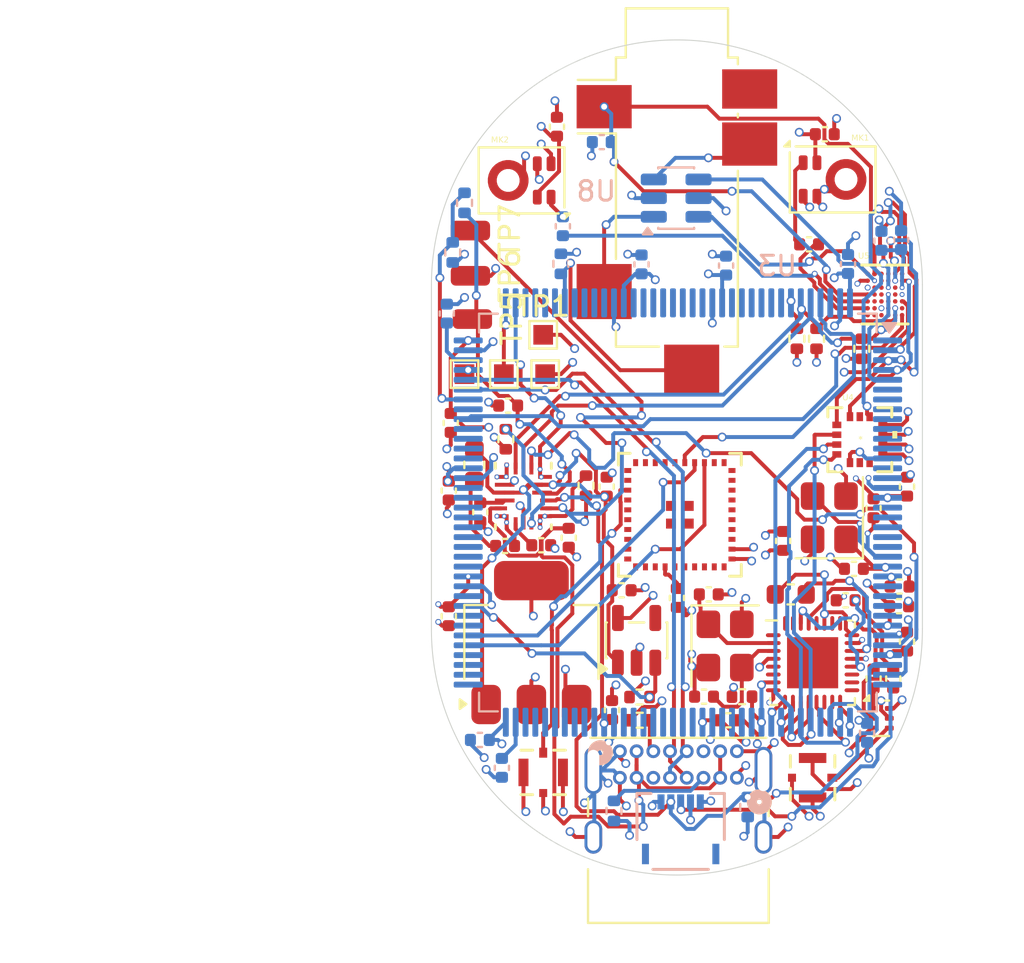
<source format=kicad_pcb>
(kicad_pcb (version 20241229) (generator "pcbnew") (generator_version "9.0")
  (layers (0 "F.Cu" signal) (4 "In1.Cu" signal) (6 "In2.Cu" signal) (8 "In3.Cu" signal) (10 "In4.Cu" signal) (2 "B.Cu" signal) (13 "F.Paste" user) (15 "B.Paste" user) (5 "F.SilkS" user "F.Silkscreen") (7 "B.SilkS" user "B.Silkscreen") (1 "F.Mask" user) (3 "B.Mask" user) (25 "Edge.Cuts" user))
  (net 0 "")
  (net 1 "+5V")
  (net 2 "Net-(U6-PMID)")
  (net 3 "GND")
  (net 4 "Net-(U3-PH1)")
  (net 5 "Net-(U3-PH0)")
  (net 6 "+1V8")
  (net 7 "Net-(U3-NRST)")
  (net 8 "Net-(C21-Pad1)")
  (net 9 "Net-(C22-Pad1)")
  (net 10 "Net-(U5-DVDD)")
  (net 11 "/SWDIO")
  (net 12 "/SWCLK")
  (net 13 "Net-(U3-BOOT0)")
  (net 14 "/I2C_SCL")
  (net 15 "/I2C_SDA")
  (net 19 "/SYS_MCLK")
  (net 27 "/UWB_RST")
  (net 29 "/CPU_TO_DSP")
  (net 41 "/UWB_IRQ")
  (net 46 "/UWB_CS")
  (net 57 "Net-(U6-REGN)")
  (net 58 "/SAI_BCLK")
  (net 69 "/UWB_MISO")
  (net 72 "/DSP_TO_CPU")
  (net 74 "/ACC_CS")
  (net 84 "/UWB_SCK")
  (net 85 "Net-(U6-BTST)")
  (net 87 "/UWB_MOSI")
  (net 98 "/SAI_FS")
  (net 109 "/VIB_DATA")
  (net 119 "/LED_R")
  (net 131 "/MIC2")
  (net 133 "/MIC2_RAW")
  (net 134 "/MIC1")
  (net 135 "/MIC1_RAW")
  (net 138 "+3.3V")
  (net 139 "/LED_G")
  (net 140 "/LED_B")
  (net 141 "/HP_DETECT")
  (net 142 "/CHG_STAT")
  (net 143 "/HPOUTR")
  (net 144 "/HPOUTL")
  (net 145 "Net-(J5-CC1)")
  (net 146 "Net-(J5-CC2)")
  (net 147 "Net-(J4-PadR)")
  (net 149 "Net-(J4-PadT)")
  (net 150 "Net-(U9-VDD_IO)")
  (net 151 "Net-(U9-XTAL_C2)")
  (net 152 "Net-(U9-XTAL_C1)")
  (net 153 "Net-(T1-AB)")
  (net 154 "Net-(U9-RFN)")
  (net 155 "Net-(U9-RFP)")
  (net 156 "Net-(T1-AA)")
  (net 157 "Net-(U9-VDD_CORE_ANA)")
  (net 158 "Net-(U9-REG_OUT)")
  (net 159 "/UWB_SHDN")
  (net 176 "Net-(J1-In)")
  (net 180 "/BATT_SENSE")
  (net 181 "/BTN_SENSE")
  (net 182 "/CM")
  (net 183 "Net-(C37-Pad2)")
  (net 184 "Net-(U6-VBUS)")
  (net 185 "Net-(U6-ILIM)")
  (net 223 "Net-(U7-DECOUPLE)")
  (net 224 "Net-(J6-In)")
  (net 225 "/RX")
  (net 226 "/TX")
  (net 227 "/BLT_RESET")
  (net 228 "/LED_DATA")
  (net 229 "/USB_N")
  (net 230 "/USB_P")
  (net 231 "Net-(U6-BAT)")
  (net 232 "Net-(U6-TS_BIAS)")
  (net 233 "/CHG_INT")
  (net 234 "/temp")
  (net 235 "/V1P8_EN")
  (footprint "Capacitor_SMD:C_0402_1005Metric" (layer "F.Cu") (at 23.2 60.32 90)
    (property "Reference" "C39" (hide yes))
    (property "Value" "10uF")
  )
  (footprint "ANC_Parts:ADXL382_Ultralib" (layer "F.Cu") (at 42.5 56.6316)
    (property "Reference" "U4")
    (property "Value" "ADXL382-1BCCZ-RL")
  )
  (footprint "Inductor_SMD:L_0603_1608Metric" (layer "F.Cu") (at 38.9875 64.5)
    (property "Reference" "L1" (hide yes))
    (property "Value" "180nH")
  )
  (footprint "Crystal:Crystal_SMD_3225-4Pin_3.2x2.5mm" (layer "F.Cu") (at 35.65 67.12 -90)
    (property "Reference" "Y2" (hide yes))
    (property "Value" "32.768 kHz")
  )
  (footprint "Capacitor_SMD:C_0402_1005Metric" (layer "F.Cu") (at 21.6 59.22 -90)
    (property "Reference" "C18" (hide yes))
    (property "Value" "0.1uF")
  )
  (footprint "Capacitor_SMD:C_0402_1005Metric" (layer "F.Cu") (at 39.92 46.7 180)
    (property "Reference" "C32" (hide yes))
    (property "Value" "1uF")
  )
  (footprint "Capacitor_SMD:C_0402_1005Metric" (layer "F.Cu") (at 44.2 68.78 90)
    (property "Reference" "C33" (hide yes))
    (property "Value" "10pF")
  )
  (footprint "Connector_Wire:SolderWirePad_1x01_SMD_1x2mm" (layer "F.Cu") (at 22.8 50.5 -90)
    (property "Reference" "TP5")
    (property "Value" "BATT+")
  )
  (footprint "Connector_Audio:Jack_3.5mm_CUI_SJ2-3593D-SMT_Horizontal" (layer "F.Cu") (at 33.2 43.3)
    (property "Reference" "J4" (hide yes))
    (property "Value" "AudioJack3_Switch")
  )
  (footprint "Sensor_Audio:Infineon_PG-LLGA-5-2" (layer "F.Cu") (at 41.12 43.4)
    (property "Reference" "MK1")
    (property "Value" "IM73A135V01")
  )
  (footprint "Capacitor_SMD:C_0402_1005Metric" (layer "F.Cu") (at 38.6 61.78 -90)
    (property "Reference" "C7" (hide yes))
    (property "Value" "10uF")
  )
  (footprint "Capacitor_SMD:C_0402_1005Metric" (layer "F.Cu") (at 33.2 64.68 90)
    (property "Reference" "C2" (hide yes))
    (property "Value" "10uF")
  )
  (footprint "ANC_Parts:ADAU1787_Ultralib" (layer "F.Cu") (at 43.775 49.25 -90)
    (property "Reference" "U5")
    (property "Value" "ADAU1787BCBZRL")
  )
  (footprint "Capacitor_SMD:C_0402_1005Metric" (layer "F.Cu") (at 30.39 64.29 180)
    (property "Reference" "C36" (hide yes))
    (property "Value" "10uF")
  )
  (footprint "Capacitor_SMD:C_0402_1005Metric" (layer "F.Cu") (at 21.7 55.78 -90)
    (property "Reference" "C14" (hide yes))
    (property "Value" "0.1uF")
  )
  (footprint "Capacitor_SMD:C_0402_1005Metric" (layer "F.Cu") (at 26.3 62 180)
    (property "Reference" "C35" (hide yes))
    (property "Value" "4.7µF")
  )
  (footprint "Package_TO_SOT_SMD:SOT-223-3_TabPin2" (layer "F.Cu") (at 25.8 66.95 90)
    (property "Reference" "U1" (hide yes))
    (property "Value" "AP7361C-33E")
  )
  (footprint "Capacitor_SMD:C_0402_1005Metric" (layer "F.Cu") (at 35.82 70.9)
    (property "Reference" "C10" (hide yes))
    (property "Value" "0.1uF")
  )
  (footprint "Capacitor_SMD:C_0402_1005Metric" (layer "F.Cu") (at 41.78 64.8 180)
    (property "Reference" "C23" (hide yes))
    (property "Value" "1uF")
  )
  (footprint "Connector_USB:USB_C_Receptacle_GCT_USB4085" (layer "F.Cu") (at 30.3 72.475)
    (property "Reference" "J5" (hide yes))
    (property "Value" "USB_C_Receptacle_USB2.0_14P")
  )
  (footprint "Resistor_SMD:R_0402_1005Metric" (layer "F.Cu") (at 31.31 70.9)
    (property "Reference" "R2" (hide yes))
    (property "Value" "5.1k")
  )
  (footprint "Sensor_Audio:Infineon_PG-LLGA-5-2" (layer "F.Cu") (at 25.3 43.45 180)
    (property "Reference" "MK2")
    (property "Value" "IM73A135V01")
  )
  (footprint "Resistor_SMD:R_0402_1005Metric" (layer "F.Cu") (at 36.51 69.7)
    (property "Reference" "R16" (hide yes))
    (property "Value" "100kΩ")
  )
  (footprint "Capacitor_SMD:C_0402_1005Metric" (layer "F.Cu") (at 27.7 61.62 90)
    (property "Reference" "C40" (hide yes))
    (property "Value" "10uF")
  )
  (footprint "Inductor_SMD:L_0603_1608Metric" (layer "F.Cu") (at 22.9 57.9125 90)
    (property "Reference" "L2" (hide yes))
    (property "Value" "1.5uH")
  )
  (footprint "Package_TO_SOT_SMD:SOT-23-5" (layer "F.Cu") (at 31.15 66.8375 90)
    (property "Reference" "U2" (hide yes))
    (property "Value" "AP2112K-1.8" (hide yes))
  )
  (footprint "Resistor_SMD:R_0402_1005Metric" (layer "F.Cu") (at 39.3 51.5 -90)
    (property "Reference" "R3" (hide yes))
    (property "Value" "10k")
  )
  (footprint "ANC_Parts:Spark_SR1120_QFN32" (layer "F.Cu") (at 40.1 67.975)
    (property "Reference" "U9" (hide yes))
    (property "Value" "~")
  )
  (footprint "Capacitor_SMD:C_0402_1005Metric" (layer "F.Cu") (at 34.82 64.5 180)
    (property "Reference" "C25" (hide yes))
    (property "Value" "10pF")
  )
  (footprint "TestPoint:TestPoint_Pad_1.0x1.0mm" (layer "F.Cu") (at 26.4 51.3)
    (property "Reference" "TP1")
    (property "Value" "TestPoint")
  )
  (footprint "Capacitor_SMD:C_0402_1005Metric" (layer "F.Cu") (at 43.2 68.78 -90)
    (property "Reference" "C34" (hide yes))
    (property "Value" "10pF")
  )
  (footprint "TestPoint:TestPoint_Pad_1.0x1.0mm" (layer "F.Cu") (at 22.4 53.3)
    (property "Reference" "TP4" (hide yes))
    (property "Value" "TestPoint")
  )
  (footprint "ANC_Parts:BGM220S_SIL" (layer "F.Cu") (at 33.349999 60.45)
    (property "Reference" "U7" (hide yes))
    (property "Value" "BGM220SC12WGA2R")
  )
  (footprint "Connector_Wire:SolderWirePad_1x01_SMD_1x2mm" (layer "F.Cu") (at 22.7 48.3 -90)
    (property "Reference" "TP6")
    (property "Value" "BATT-")
  )
  (footprint "Capacitor_SMD:C_0402_1005Metric" (layer "F.Cu") (at 27.1 40.72 90)
    (property "Reference" "C31" (hide yes))
    (property "Value" "0.1uF")
  )
  (footprint "Capacitor_SMD:C_0402_1005Metric" (layer "F.Cu") (at 44.9 66.9 90)
    (property "Reference" "C17" (hide yes))
    (property "Value" "0.1uF")
  )
  (footprint "Resistor_SMD:R_0402_1005Metric" (layer "F.Cu") (at 28.58 58.97 -90)
    (property "Reference" "R7" (hide yes))
    (property "Value" "10kΩ")
  )
  (footprint "Resistor_SMD:R_0402_1005Metric" (layer "F.Cu") (at 31.3 69.72 180)
    (property "Reference" "R12" (hide yes))
    (property "Value" "100kΩ")
  )
  (footprint "TestPoint:TestPoint_Pad_1.0x1.0mm" (layer "F.Cu") (at 24.4 53.3)
    (property "Reference" "TP2" (hide yes))
    (property "Value" "TestPoint")
  )
  (footprint "Crystal:Crystal_SMD_3225-4Pin_3.2x2.5mm" (layer "F.Cu") (at 40.95 60.6 90)
    (property "Reference" "Y1" (hide yes))
    (property "Value" "Crystal_GND24")
  )
  (footprint "RF_Converter:Balun_Johanson_1.6x0.8mm" (layer "F.Cu") (at 43.59 70.8)
    (property "Reference" "T1" (hide yes))
    (property "Value" "Transformer_1P_1S")
  )
  (footprint "Resistor_SMD:R_0402_1005Metric" (layer "F.Cu") (at 40.3 51.5 90)
    (property "Reference" "R4" (hide yes))
    (property "Value" "2.2kΩ")
  )
  (footprint "Capacitor_SMD:C_0402_1005Metric" (layer "F.Cu") (at 24.62 54.9)
    (property "Reference" "C1" (hide yes))
    (property "Value" "10uF")
  )
  (footprint "Connector_Wire:SolderWirePad_1x01_SMD_1x2mm" (layer "F.Cu") (at 22.7 46 -90)
    (property "Reference" "TP7")
    (property "Value" "BATT_TS")
  )
  (footprint "Resistor_SMD:R_0402_1005Metric" (layer "F.Cu") (at 24.5 56.61 -90)
    (property "Reference" "R6" (hide yes))
    (property "Value" "160Ω")
  )
  (footprint "Capacitor_SMD:C_0402_1005Metric" (layer "F.Cu") (at 24.463001 62.037001 180)
    (property "Reference" "C37" (hide yes))
    (property "Value" "47nF")
  )
  (footprint "Capacitor_SMD:C_0402_1005Metric" (layer "F.Cu") (at 44.52 64.1)
    (property "Reference" "C20" (hide yes))
    (property "Value" "0.1uF")
  )
  (footprint "Capacitor_SMD:C_0402_1005Metric" (layer "F.Cu") (at 44.5 65.1)
    (property "Reference" "C8" (hide yes))
    (property "Value" "0.1uF")
  )
  (footprint "Capacitor_SMD:C_0402_1005Metric" (layer "F.Cu") (at 29.63 59.02 -90)
    (property "Reference" "C38" (hide yes))
    (property "Value" "10uF")
  )
  (footprint "Capacitor_SMD:C_0402_1005Metric" (layer "F.Cu") (at 42.2 63.2 180)
    (property "Reference" "C3" (hide yes))
    (property "Value" "10pF")
  )
  (footprint "Resistor_SMD:R_0402_1005Metric" (layer "F.Cu") (at 42.6 52.01 90)
    (property "Reference" "R5" (hide yes))
    (property "Value" "2.2kΩ")
  )
  (footprint "ANC_Parts:CONN_X.FL-R-SMT-180_HIR" (layer "F.Cu") (at 26.4 73.55225 180)
    (property "Reference" "J6" (hide yes))
    (property "Value" "Conn_Coaxial")
  )
  (footprint "Capacitor_SMD:C_0402_1005Metric" (layer "F.Cu") (at 43.2 60.12 90)
    (property "Reference" "C6" (hide yes))
    (property "Value" "10pF")
  )
  (footprint "Capacitor_SMD:C_0402_1005Metric" (layer "F.Cu") (at 29.9 70.38 90)
    (property "Reference" "C11" (hide yes))
    (property "Value" "0.1uF")
  )
  (footprint "Capacitor_SMD:C_0402_1005Metric" (layer "F.Cu") (at 44.9 59.02 90)
    (property "Reference" "C4" (hide yes))
    (property "Value" "0.1uF")
  )
  (footprint "Capacitor_SMD:C_0402_1005Metric" (layer "F.Cu") (at 40.72 41.1)
    (property "Reference" "C28" (hide yes))
    (property "Value" "0.1uF")
  )
  (footprint "TestPoint:TestPoint_Pad_1.0x1.0mm" (layer "F.Cu") (at 26.5 53.3)
    (property "Reference" "TP3" (hide yes))
    (property "Value" "TestPoint")
  )
  (footprint "Capacitor_SMD:C_0402_1005Metric" (layer "F.Cu") (at 21.6 65.61 -90)
    (property "Reference" "C13" (hide yes))
    (property "Value" "0.1uF")
  )
  (footprint "ANC_Parts:WQFN-HR18__RYK_TEX" (layer "F.Cu") (at 25.392999 59.5 90)
    (property "Reference" "U6" (hide yes))
    (property "Value" "BQ25620RYKR")
  )
  (footprint "Capacitor_SMD:C_0402_1005Metric" (layer "F.Cu") (at 34.58 69.7)
    (property "Reference" "C24" (hide yes))
    (property "Value" "10pF")
  )
  (footprint "ANC_Parts:CONN_X.FL-R-SMT-180_HIR" (layer "F.Cu") (at 40.1 73.8221 90)
    (property "Reference" "J1" (hide yes))
    (property "Value" "Conn_Coaxial")
  )
  (footprint "Package_QFP:LQFP-144_20x20mm_P0.5mm" (layer "B.Cu") (at 33.25 60.3375 180)
    (property "Reference" "U3")
    (property "Value" "STM32H753ZITx")
  )
  (footprint "Capacitor_SMD:C_0402_1005Metric" (layer "B.Cu") (at 43.6 46.52 90)
    (property "Reference" "C27" (hide yes))
    (property "Value" "0.1uF")
  )
  (footprint "Capacitor_SMD:C_0402_1005Metric" (layer "B.Cu") (at 29.38 41.5 180)
    (property "Reference" "C29" (hide yes))
    (property "Value" "1uF")
  )
  (footprint "Resistor_SMD:R_0402_1005Metric" (layer "B.Cu") (at 30 75.51 90)
    (property "Reference" "R1" (hide yes))
    (property "Value" "5.1k")
  )
  (footprint "Capacitor_SMD:C_0402_1005Metric" (layer "B.Cu") (at 27.4 45.78 90)
    (property "Reference" "C30" (hide yes))
    (property "Value" "1uF")
  )
  (footprint "Resistor_SMD:R_0402_1005Metric" (layer "B.Cu") (at 22.4 44.59 -90)
    (property "Reference" "R9" (hide yes))
    (property "Value" "100kΩ")
  )
  (footprint "Resistor_SMD:R_0402_1005Metric" (layer "B.Cu") (at 27.3 47.69 90)
    (property "Reference" "R15" (hide yes))
    (property "Value" "10kΩ")
  )
  (footprint "Capacitor_SMD:C_0402_1005Metric" (layer "B.Cu") (at 42.87 71.54 -90)
    (property "Reference" "C9" (hide yes))
    (property "Value" "0.1uF")
  )
  (footprint "Capacitor_SMD:C_0402_1005Metric" (layer "B.Cu") (at 24.3 73.32 -90)
    (property "Reference" "C21" (hide yes))
    (property "Value" "2.2uF")
  )
  (footprint "Capacitor_SMD:C_0402_1005Metric" (layer "B.Cu") (at 21.5 50.22 90)
    (property "Reference" "C22" (hide yes))
    (property "Value" "2.2uF")
  )
  (footprint "Package_TO_SOT_SMD:SOT-23-6" (layer "B.Cu") (at 33.1625 44.35)
    (property "Reference" "U8")
    (property "Value" "USBLC6-2SC6")
  )
  (footprint "Resistor_SMD:R_0402_1005Metric" (layer "B.Cu") (at 36.8 75.31 -90)
    (property "Reference" "R11" (hide yes))
    (property "Value" "10kΩ")
  )
  (footprint "Capacitor_SMD:C_0402_1005Metric" (layer "B.Cu") (at 44.6 46.48 90)
    (property "Reference" "C26" (hide yes))
    (property "Value" "1uF")
  )
  (footprint "Capacitor_SMD:C_0402_1005Metric" (layer "B.Cu") (at 31.4 47.72 90)
    (property "Reference" "C15" (hide yes))
    (property "Value" "0.1uF")
  )
  (footprint "Resistor_SMD:R_0402_1005Metric" (layer "B.Cu") (at 21.8 47.11 -90)
    (property "Reference" "R10" (hide yes))
    (property "Value" "100kΩ")
  )
  (footprint "Capacitor_SMD:C_0402_1005Metric" (layer "B.Cu") (at 23.18 71.9 180)
    (property "Reference" "C12" (hide yes))
    (property "Value" "0.1uF")
  )
  (footprint "ANC_Parts:CONN_503480-0540_MOL" (layer "B.Cu") (at 33.390001 76.5534 180)
    (property "Reference" "J2" (hide yes))
    (property "Value" "Conn_01x06_Socket")
  )
  (footprint "Capacitor_SMD:C_0402_1005Metric" (layer "B.Cu") (at 35.7 47.78 90)
    (property "Reference" "C19" (hide yes))
    (property "Value" "0.1uF")
  )
  (footprint "Capacitor_SMD:C_0402_1005Metric" (layer "B.Cu") (at 41.9 47.7 90)
    (property "Reference" "C16" (hide yes))
    (property "Value" "0.1uF")
  )
  (gr_line (start 20.717049 48.753093) (end 20.717049 66.253093) (stroke (width 0.05)) (layer "Edge.Cuts"))
  (gr_arc (start 45.682951 66.25) (mid 33.201547 78.736044) (end 20.717049 66.253093) (stroke (width 0.05)) (layer "Edge.Cuts"))
  (gr_arc (start 20.717049 48.753093) (mid 33.2 36.270142) (end 45.682951 48.753093) (stroke (width 0.05)) (layer "Edge.Cuts"))
  (gr_line (start 45.682951 48.753093) (end 45.682951 66.25) (stroke (width 0.05)) (layer "Edge.Cuts"))
  (segment (start 22.9 57.125) (end 23.56 57.785) (width 0.2) (layer "F.Cu") (net 1))
  (segment (start 26.342999 58.925001) (end 25.646688 58.925001) (width 0.2) (layer "F.Cu") (net 1))
  (segment (start 29.081 58.190368) (end 28.212921 57.322289) (width 0.2) (layer "F.Cu") (net 1))
  (segment (start 23.294 63.154284) (end 23.797895 62.650389) (width 0.2) (layer "F.Cu") (net 1))
  (segment (start 29.72 67.495) (end 29.72 65.04) (width 0.2) (layer "F.Cu") (net 1))
  (segment (start 30.2 67.975) (end 29.72 67.495) (width 0.2) (layer "F.Cu") (net 1))
  (segment (start 29.575781 59.584994) (end 29.515591 59.524804) (width 0.2) (layer "F.Cu") (net 1))
  (segment (start 29.481 61.658283) (end 29.481 60.279841) (width 0.2) (layer "F.Cu") (net 1))
  (segment (start 29.91 62.087283) (end 29.481 61.658283) (width 0.2) (layer "F.Cu") (net 1))
  (segment (start 27.042998 58.925001) (end 27.252658 58.715341) (width 0.2) (layer "F.Cu") (net 1))
  (segment (start 29.320001 59.5) (end 29.081 59.260999) (width 0.2) (layer "F.Cu") (net 1))
  (segment (start 29.91 64.29) (end 29.91 62.087283) (width 0.2) (layer "F.Cu") (net 1))
  (segment (start 27.252658 58.715341) (end 27.252658 58.44381) (width 0.2) (layer "F.Cu") (net 1))
  (segment (start 23.294 69.894) (end 23.294 63.154284) (width 0.2) (layer "F.Cu") (net 1))
  (segment (start 28.212921 57.322289) (end 28.076572 57.322289) (width 0.2) (layer "F.Cu") (net 1))
  (segment (start 23.880999 59.325) (end 24.442999 59.325) (width 0.2) (layer "F.Cu") (net 1))
  (segment (start 29.081 59.260999) (end 29.081 58.190368) (width 0.2) (layer "F.Cu") (net 1))
  (segment (start 29.72 65.04) (end 29.91 64.85) (width 0.2) (layer "F.Cu") (net 1))
  (segment (start 23.56 59.004001) (end 23.880999 59.325) (width 0.2) (layer "F.Cu") (net 1))
  (segment (start 29.575781 60.18506) (end 29.575781 59.584994) (width 0.2) (layer "F.Cu") (net 1))
  (segment (start 29.91 64.85) (end 29.91 64.29) (width 0.2) (layer "F.Cu") (net 1))
  (segment (start 29.481 60.279841) (end 29.575781 60.18506) (width 0.2) (layer "F.Cu") (net 1))
  (segment (start 24.442999 59.325) (end 25.381 59.325) (width 0.2) (layer "F.Cu") (net 1))
  (segment (start 25.780999 58.925001) (end 26.342999 58.925001) (width 0.2) (layer "F.Cu") (net 1))
  (segment (start 25.646688 58.925001) (end 25.396232 59.175457) (width 0.2) (layer "F.Cu") (net 1))
  (segment (start 23.56 57.785) (end 23.56 59.004001) (width 0.2) (layer "F.Cu") (net 1))
  (segment (start 25.381 59.325) (end 25.780999 58.925001) (width 0.2) (layer "F.Cu") (net 1))
  (segment (start 26.342999 58.925001) (end 27.042998 58.925001) (width 0.2) (layer "F.Cu") (net 1))
  (segment (start 29.63 59.5) (end 29.320001 59.5) (width 0.2) (layer "F.Cu") (net 1))
  (via (at 25.396232 59.175457) (size 0.45) (drill 0.3) (layers "F.Cu" "B.Cu") (net 1))
  (via (at 27.252658 58.44381) (size 0.45) (drill 0.3) (layers "F.Cu" "B.Cu") (net 1))
  (via (at 29.515591 59.524804) (size 0.45) (drill 0.3) (layers "F.Cu" "B.Cu") (net 1))
  (via (at 26.9 58.925001) (size 0.45) (drill 0.3) (layers "F.Cu" "B.Cu") (net 1))
  (via (at 28.076572 57.322289) (size 0.45) (drill 0.3) (layers "F.Cu" "B.Cu") (net 1))
  (via (at 23.797895 62.650389) (size 0.45) (drill 0.3) (layers "F.Cu" "B.Cu") (net 1))
  (segment (start 25.36303 60.481919) (end 25.688386 60.156563) (width 0.2) (layer "B.Cu") (net 1))
  (segment (start 25.688386 59.467611) (end 25.396232 59.175457) (width 0.2) (layer "B.Cu") (net 1))
  (segment (start 27.366482 58.44381) (end 28.076572 57.73372) (width 0.2) (layer "B.Cu") (net 1))
  (segment (start 28.844804 59.524804) (end 29.515591 59.524804) (width 0.2) (layer "B.Cu") (net 1))
  (segment (start 25.36303 61.085254) (end 25.36303 60.481919) (width 0.2) (layer "B.Cu") (net 1))
  (segment (start 27.252658 58.44381) (end 27.366482 58.44381) (width 0.2) (layer "B.Cu") (net 1))
  (segment (start 28.245001 58.925001) (end 28.844804 59.524804) (width 0.2) (layer "B.Cu") (net 1))
  (segment (start 27.042998 58.925001) (end 28.245001 58.925001) (width 0.2) (layer "B.Cu") (net 1))
  (segment (start 28.076572 57.73372) (end 28.076572 57.322289) (width 0.2) (layer "B.Cu") (net 1))
  (segment (start 25.688386 60.156563) (end 25.688386 59.467611) (width 0.2) (layer "B.Cu") (net 1))
  (segment (start 23.797895 62.650389) (end 25.36303 61.085254) (width 0.2) (layer "B.Cu") (net 1))
  (segment (start 24.327999 59.84) (end 24.442999 59.725) (width 0.2) (layer "F.Cu") (net 2))
  (segment (start 23.2 59.84) (end 24.327999 59.84) (width 0.2) (layer "F.Cu") (net 2))
  (segment (start 33.879961 65.378874) (end 33.879961 65.349123) (width 0.2) (layer "F.Cu") (net 3))
  (segment (start 41.8 58.5) (end 41.4 58.1) (width 0.2) (layer "F.Cu") (net 3))
  (segment (start 25.399999 60.162387) (end 25.226197 59.988585) (width 0.2) (layer "F.Cu") (net 3))
  (segment (start 21.5 60.375) (end 21.525 60.4) (width 0.2) (layer "F.Cu") (net 3))
  (segment (start 34.1 69.7) (end 34.1 68.303481) (width 0.2) (layer "F.Cu") (net 3))
  (segment (start 24.14 54.9) (end 23.803971 54.9) (width 0.2) (layer "F.Cu") (net 3))
  (segment (start 32.128476 70.221) (end 32.438976 69.9105) (width 0.2) (layer "F.Cu") (net 3))
  (segment (start 36.25 72.475) (end 37.710896 72.475) (width 0.2) (layer "F.Cu") (net 3))
  (segment (start 24.5 57.12) (end 23.909631 56.529631) (width 0.2) (layer "F.Cu") (net 3))
  (segment (start 33.887897 65.323564) (end 33.903086 65.308375) (width 0.2) (layer "F.Cu") (net 3))
  (segment (start 40.8 44) (end 40.7 43.9) (width 0.2) (layer "F.Cu") (net 3))
  (segment (start 44 70.8) (end 43.584929 70.384929) (width 0.2) (layer "F.Cu") (net 3))
  (segment (start 25.3967 75.425779) (end 25.518869 75.547948) (width 0.2) (layer "F.Cu") (net 3))
  (segment (start 25.43 43.45) (end 25.43 42.27) (width 0.2) (layer "F.Cu") (net 3))
  (segment (start 37.9 61.3) (end 37.7 61.5) (width 0.2) (layer "F.Cu") (net 3))
  (segment (start 37.710896 72.475) (end 38.151087 72.034809) (width 0.2) (layer "F.Cu") (net 3))
  (segment (start 45 63.403717) (end 44.929951 63.333668) (width 0.2) (layer "F.Cu") (net 3))
  (segment (start 44.8184 56.8816) (end 43.6684 56.8816) (width 0.2) (layer "F.Cu") (net 3))
  (segment (start 29.9 69.3) (end 30.1 69.1) (width 0.2) (layer "F.Cu") (net 3))
  (segment (start 33.2 65.16) (end 33.509999 65.16) (width 0.2) (layer "F.Cu") (net 3))
  (segment (start 27.1 40.24) (end 27.1 39.5) (width 0.2) (layer "F.Cu") (net 3))
  (segment (start 28.041267 76.835) (end 27.765725 76.559458) (width 0.2) (layer "F.Cu") (net 3))
  (segment (start 33.878887 67.898887) (end 33.878887 67.608442) (width 0.2) (layer "F.Cu") (net 3))
  (segment (start 35.9 64.5) (end 36 64.4) (width 0.2) (layer "F.Cu") (net 3))
  (segment (start 29.9 69.9) (end 29.9 69.3) (width 0.2) (layer "F.Cu") (net 3))
  (segment (start 25.8 68.9) (end 26 68.7) (width 0.2) (layer "F.Cu") (net 3))
  (segment (start 34.8 68.22) (end 34.2 68.22) (width 0.2) (layer "F.Cu") (net 3))
  (segment (start 26.5 53.3) (end 27.3 53.3) (width 0.2) (layer "F.Cu") (net 3))
  (segment (start 21.7 56.9) (end 21.5 57.1) (width 0.2) (layer "F.Cu") (net 3))
  (segment (start 25.3967 73.55225) (end 25.3967 75.425779) (width 0.2) (layer "F.Cu") (net 3))
  (segment (start 44.788698 56.3816) (end 43.6684 56.3816) (width 0.2) (layer "F.Cu") (net 3))
  (segment (start 26.8 42.6) (end 26.8 42.1) (width 0.2) (layer "F.Cu") (net 3))
  (segment (start 33.887897 65.341187) (end 33.887897 65.323564) (width 0.2) (layer "F.Cu") (net 3))
  (segment (start 33.696066 65.556556) (end 33.802342 65.45028) (width 0.2) (layer "F.Cu") (net 3))
  (segment (start 33.613979 65.556556) (end 33.696066 65.556556) (width 0.2) (layer "F.Cu") (net 3))
  (segment (start 30.3 74.926048) (end 30.627952 75.254) (width 0.2) (layer "F.Cu") (net 3))
  (segment (start 31.479 70.221) (end 32.128476 70.221) (width 0.2) (layer "F.Cu") (net 3))
  (segment (start 26.1 42.6) (end 26.1 43.3) (width 0.2) (layer "F.Cu") (net 3))
  (segment (start 44.21 70.3) (end 44.65 69.86) (width 0.2) (layer "F.Cu") (net 3))
  (segment (start 31.439884 64.29) (end 31.58623 64.143654) (width 0.2) (layer "F.Cu") (net 3))
  (segment (start 25.399999 60.888) (end 25.399999 60.162387) (width 0.2) (layer "F.Cu") (net 3))
  (segment (start 37.6 76.835) (end 38.349623 76.835) (width 0.2) (layer "F.Cu") (net 3))
  (segment (start 40.1 75.39) (end 40.49 75.78) (width 0.2) (layer "F.Cu") (net 3))
  (segment (start 23.2 60.909098) (end 23.601532 61.31063) (width 0.2) (layer "F.Cu") (net 3))
  (segment (start 30.3 73.825) (end 30.3 74.926048) (width 0.2) (layer "F.Cu") (net 3))
  (segment (start 26.947 62.167) (end 27 62.167) (width 0.2) (layer "F.Cu") (net 3))
  (segment (start 25.8 63.8) (end 25.8 65.5) (width 0.2) (layer "F.Cu") (net 3))
  (segment (start 44.96274 56.207558) (end 44.788698 56.3816) (width 0.2) (layer "F.Cu") (net 3))
  (segment (start 27.4033 75.529296) (end 27.426004 75.552) (width 0.2) (layer "F.Cu") (net 3))
  (segment (start 30.3 72.8) (end 30.6 73.1) (width 0.2) (layer "F.Cu") (net 3))
  (segment (start 41.957543 72.427873) (end 41.957543 72.557543) (width 0.2) (layer "F.Cu") (net 3))
  (segment (start 22.7 48.3) (end 23.732826 48.3) (width 0.2) (layer "F.Cu") (net 3))
  (segment (start 31.15 67.35) (end 31.321288 67.178712) (width 0.2) (layer "F.Cu") (net 3))
  (segment (start 21.6 59.7) (end 21.6 60) (width 0.2) (layer "F.Cu") (net 3))
  (segment (start 40.862 74.4) (end 42.039226 74.4) (width 0.2) (layer "F.Cu") (net 3))
  (segment (start 37.288857 71.608858) (end 37.288857 72.097424) (width 0.2) (layer "F.Cu") (net 3))
  (segment (start 45 64.1) (end 45 63.403717) (width 0.2) (layer "F.Cu") (net 3))
  (segment (start 21.5 60.1) (end 21.5 60.375) (width 0.2) (layer "F.Cu") (net 3))
  (segment (start 39.05225 73.8221) (end 39.05225 74.91225) (width 0.2) (layer "F.Cu") (net 3))
  (segment (start 44 70.3) (end 44.21 70.3) (width 0.2) (layer "F.Cu") (net 3))
  (segment (start 44.967022 65.087022) (end 44.967022 64.83963) (width 0.2) (layer "F.Cu") (net 3))
  (segment (start 25.8 70.1) (end 25.8 68.9) (width 0.2) (layer "F.Cu") (net 3))
  (segment (start 41.2 41.1) (end 41.2 40.42) (width 0.2) (layer "F.Cu") (net 3))
  (segment (start 36 69.7) (end 36 69.304813) (width 0.2) (layer "F.Cu") (net 3))
  (segment (start 30.3 72.475) (end 30.3 72.8) (width 0.2) (layer "F.Cu") (net 3))
  (segment (start 29.691185 58.54) (end 29.911233 58.319952) (width 0.2) (layer "F.Cu") (net 3))
  (segment (start 33.802342 65.45028) (end 33.808555 65.45028) (width 0.2) (layer "F.Cu") (net 3))
  (segment (start 45 57.0632) (end 44.8184 56.8816) (width 0.2) (layer "F.Cu") (net 3))
  (segment (start 33.608381 65.258382) (end 33.608381 65.550958) (width 0.2) (layer "F.Cu") (net 3))
  (segment (start 23.98321 48.049616) (end 23.98321 47.922436) (width 0.2) (layer "F.Cu") (net 3))
  (segment (start 26.4 74.6) (end 26.4 75.398163) (width 0.2) (layer "F.Cu") (net 3))
  (segment (start 27.1 39.5) (end 27 39.4) (width 0.2) (layer "F.Cu") (net 3))
  (segment (start 40.1 73.638) (end 40.862 74.4) (width 0.2) (layer "F.Cu") (net 3))
  (segment (start 26.8 42.1) (end 26.3 41.6) (width 0.2) (layer "F.Cu") (net 3))
  (segment (start 33.608381 65.550958) (end 33.613979 65.556556) (width 0.2) (layer "F.Cu") (net 3))
  (segment (start 21.6 60) (end 21.5 60.1) (width 0.2) (layer "F.Cu") (net 3))
  (segment (start 43.2 59.5) (end 42.3 58.6) (width 0.2) (layer "F.Cu") (net 3))
  (segment (start 35.3 64.5) (end 35.9 64.5) (width 0.2) (layer "F.Cu") (net 3))
  (segment (start 43.085416 71.3) (end 41.957543 72.427873) (width 0.2) (layer "F.Cu") (net 3))
  (segment (start 21.257049 66.09) (end 21.067049 65.9) (width 0.2) (layer "F.Cu") (net 3))
  (segment (start 30.8 70.9) (end 31.479 70.221) (width 0.2) (layer "F.Cu") (net 3))
  (segment (start 28.95 76.835) (end 28.041267 76.835) (width 0.2) (layer "F.Cu") (net 3))
  (segment (start 37.6 73.455) (end 37.015 74.04) (width 0.2) (layer "F.Cu") (net 3))
  (segment (start 40.1 74.8254) (end 40.1 75.39) (width 0.2) (layer "F.Cu") (net 3))
  (segment (start 37.015 74.04) (end 36.87 74.04) (width 0.2) (layer "F.Cu") (net 3))
  (segment (start 41.8 59.5) (end 41.8 58.5) (width 0.2) (layer "F.Cu") (net 3))
  (segment (start 40.32 44.5) (end 40.62 44.8) (width 0.2) (layer "F.Cu") (net 3))
  (segment (start 33.879961 65.349123) (end 33.887897 65.341187) (width 0.2) (layer "F.Cu") (net 3))
  (segment (start 39.3 52.01) (end 39.3 52.7) (width 0.2) (layer "F.Cu") (net 3))
  (segment (start 25.43 42.27) (end 25.5 42.2) (width 0.2) (layer "F.Cu") (net 3))
  (segment (start 33.808555 65.45028) (end 33.879961 65.378874) (width 0.2) (layer "F.Cu") (net 3))
  (segment (start 33.509999 65.16) (end 33.608381 65.258382) (width 0.2) (layer "F.Cu") (net 3))
  (segment (start 30.79 69.71) (end 31.6 68.9) (width 0.2) (layer "F.Cu") (net 3))
  (segment (start 41.17 44) (end 40.8 44) (width 0.2) (layer "F.Cu") (net 3))
  (segment (start 27.4033 73.55225) (end 27.4033 75.529296) (width 0.2) (layer "F.Cu") (net 3))
  (segment (start 23.803971 54.9) (end 23.625582 54.721611) (width 0.2) (layer "F.Cu") (net 3))
  (segment (start 23.732826 48.3) (end 23.98321 48.049616) (width 0.2) (layer "F.Cu") (net 3))
  (segment (start 33.878887 67.608442) (end 33.952001 67.535328) (width 0.2) (layer "F.Cu") (net 3))
  (segment (start 39.62 44.471628) (end 39.955 44.806628) (width 0.2) (layer "F.Cu") (net 3))
  (segment (start 40.1 62.4) (end 39.7 62.8) (width 0.2) (layer "F.Cu") (net 3))
  (segment (start 43.584929 70.384929) (end 43.584929 69.900979) (width 0.2) (layer "F.Cu") (net 3))
  (segment (start 21.7 56.26) (end 21.7 56.9) (width 0.2) (layer "F.Cu") (net 3))
  (segment (start 38.349623 76.835) (end 38.854466 76.330157) (width 0.2) (layer "F.Cu") (net 3))
  (segment (start 36.5 64.9) (end 36.7 64.7) (width 0.2) (layer "F.Cu") (net 3))
  (segment (start 36 69.304813) (end 36.082799 69.222014) (width 0.2) (layer "F.Cu") (net 3))
  (segment (start 36.579999 70.9) (end 37.288857 71.608858) (width 0.2) (layer "F.Cu") (net 3))
  (segment (start 25.8 65.5) (end 25.9 65.6) (width 0.2) (layer "F.Cu") (net 3))
  (segment (start 30.79 69.72) (end 30.79 69.71) (width 0.2) (layer "F.Cu") (net 3))
  (segment (start 40.1 72.8188) (end 40.1 73.638) (width 0.2) (layer "F.Cu") (net 3))
  (segment (start 42.039226 74.4) (end 42.369613 74.069613) (width 0.2) (layer "F.Cu") (net 3))
  (segment (start 27.7 62.190422) (end 28.10692 62.597342) (width 0.2) (layer "F.Cu") (net 3))
  (segment (start 27.3 53.3) (end 27.9 52.7) (width 0.2) (layer "F.Cu") (net 3))
  (segment (start 41.671475 64.6) (end 41.471475 64.8) (width 0.2) (layer "F.Cu") (net 3))
  (segment (start 23.909631 56.529631) (end 23.909631 56.506684) (width 0.2) (layer "F.Cu") (net 3))
  (segment (start 41.6 63.2) (end 41 62.6) (width 0.2) (layer "F.Cu") (net 3))
  (segment (start 26.4 75.398163) (end 26.5163 75.514463) (width 0.2) (layer "F.Cu") (net 3))
  (segment (start 29.63 58.54) (end 29.691185 58.54) (width 0.2) (layer "F.Cu") (net 3))
  (segment (start 31.15 67.975) (end 31.15 67.35) (width 0.2) (layer "F.Cu") (net 3))
  (segment (start 41.7 64.6) (end 41.671475 64.6) (width 0.2) (layer "F.Cu") (net 3))
  (segment (start 24.94 58.71) (end 24.724999 58.925001) (width 0.2) (layer "F.Cu") (net 3))
  (segment (start 33.903086 65.308375) (end 33.952001 65.308375) (width 0.2) (layer "F.Cu") (net 3))
  (segment (start 26.1 43.3) (end 26.2 43.4) (width 0.2) (layer "F.Cu") (net 3))
  (segment (start 38.6 61.3) (end 37.9 61.3) (width 0.2) (layer "F.Cu") (net 3))
  (segment (start 36.5 66.02) (end 36.5 64.9) (width 0.2) (layer "F.Cu") (net 3))
  (segment (start 34.2 68.22) (end 33.878887 67.898887) (width 0.2) (layer "F.Cu") (net 3))
  (segment (start 45 57.1) (end 45 57.0632) (width 0.2) (layer "F.Cu") (net 3))
  (segment (start 36.25 73.65) (end 36.7 73.2) (width 0.2) (layer "F.Cu") (net 3))
  (segment (start 39.05225 74.91225) (end 39.92 75.78) (width 0.2) (layer "F.Cu") (net 3))
  (segment (start 30.87 64.29) (end 31.439884 64.29) (width 0.2) (layer "F.Cu") (net 3))
  (segment (start 36.3 70.9) (end 36.579999 70.9) (width 0.2) (layer "F.Cu") (net 3))
  (segment (start 40.1 61.7) (end 40.1 62.4) (width 0.2) (layer "F.Cu") (net 3))
  (segment (start 34.1 68.303481) (end 33.952001 68.155482) (width 0.2) (layer "F.Cu") (net 3))
  (segment (start 21.6 66.09) (end 21.257049 66.09) (width 0.2) (layer "F.Cu") (net 3))
  (via (at 23.770422 65.029578) (size 0.45) (drill 0.3) (layers "F.Cu" "B.Cu") (net 3))
  (via (at 23.852 51.648) (size 0.45) (drill 0.3) (layers "F.Cu" "B.Cu") (net 3))
  (via (at 33.952001 68.155482) (size 0.45) (drill 0.3) (layers "F.Cu" "B.Cu") (net 3))
  (via (at 30.9 44.2) (size 0.45) (drill 0.3) (layers "F.Cu" "B.Cu") (net 3))
  (via (at 33.894434 75.972) (size 0.45) (drill 0.3) (layers "F.Cu" "B.Cu") (net 3))
  (via (at 27 62.167) (size 0.45) (drill 0.3) (layers "F.Cu" "B.Cu") (net 3))
  (via (at 23.4 72.8) (size 0.45) (drill 0.3) (layers "F.Cu" "B.Cu") (net 3))
  (via (at 25.9 65.6) (size 0.45) (drill 0.3) (layers "F.Cu" "B.Cu") (net 3))
  (via (at 35 50.7) (size 0.45) (drill 0.3) (layers "F.Cu" "B.Cu") (net 3))
  (via (at 25.5 42.2) (size 0.45) (drill 0.3) (layers "F.Cu" "B.Cu") (net 3))
  (via (at 29.733945 72.020216) (size 0.45) (drill 0.3) (layers "F.Cu" "B.Cu") (net 3))
  (via (at 42.3 58.6) (size 0.3) (drill 0.2) (layers "F.Cu" "B.Cu") (net 3))
  (via (at 40.7 43.9) (size 0.45) (drill 0.3) (layers "F.Cu" "B.Cu") (net 3))
  (via (at 23.98321 47.922436) (size 0.45) (drill 0.3) (layers "F.Cu" "B.Cu") (net 3))
  (via (at 30.627952 75.254) (size 0.45) (drill 0.3) (layers "F.Cu" "B.Cu") (net 3))
  (via (at 37.288857 72.097424) (size 0.45) (drill 0.3) (layers "F.Cu" "B.Cu") (net 3))
  (via (at 42.299569 46.26071) (size 0.45) (drill 0.3) (layers "F.Cu" "B.Cu") (net 3))
  (via (at 44.5 66.5) (size 0.3) (drill 0.2) (layers "F.Cu" "B.Cu") (net 3))
  (via (at 38.854466 76.330157) (size 0.45) (drill 0.3) (layers "F.Cu" "B.Cu") (net 3))
  (via (at 39.3 52.7) (size 0.45) (drill 0.3) (layers "F.Cu" "B.Cu") (net 3))
  (via (at 34.898287 71.880648) (size 0.45) (drill 0.3) (layers "F.Cu" "B.Cu") (net 3))
  (via (at 22.4 47.2) (size 0.45) (drill 0.3) (layers "F.Cu" "B.Cu") (net 3))
  (via (at 41 62.6) (size 0.45) (drill 0.3) (layers "F.Cu" "B.Cu") (net 3))
  (via (at 41.4 58.1) (size 0.45) (drill 0.3) (layers "F.Cu" "B.Cu") (net 3))
  (via (at 45.075 58.408859) (size 0.45) (drill 0.3) (layers "F.Cu" "B.Cu") (net 3))
  (via (at 28.85 42.2) (size 0.45) (drill 0.3) (layers "F.Cu" "B.Cu") (net 3))
  (via (at 44.65 69.86) (size 0.45) (drill 0.3) (layers "F.Cu" "B.Cu") (net 3))
  (via (at 43.481507 45.458766) (size 0.45) (drill 0.3) (layers "F.Cu" "B.Cu") (net 3))
  (via (at 38.151087 72.034809) (size 0.45) (drill 0.3) (layers "F.Cu" "B.Cu") (net 3))
  (via (at 30.6 73.1) (size 0.45) (drill 0.3) (layers "F.Cu" "B.Cu") (net 3))
  (via (at 33.952001 67.535328) (size 0.45) (drill 0.3) (layers "F.Cu" "B.Cu") (net 3))
  (via (at 30.7 47.2) (size 0.45) (drill 0.3) (layers "F.Cu" "B.Cu") (net 3))
  (via (at 40.49 75.78) (size 0.45) (drill 0.3) (layers "F.Cu" "B.Cu") (net 3))
  (via (at 41.32 40.3) (size 0.45) (drill 0.3) (layers "F.Cu" "B.Cu") (net 3))
  (via (at 36.87 74.04) (size 0.45) (drill 0.3) (layers "F.Cu" "B.Cu") (net 3))
  (via (at 24.94 58.71) (size 0.45) (drill 0.3) (layers "F.Cu" "B.Cu") (net 3))
  (via (at 39.955 44.806628) (size 0.45) (drill 0.3) (layers "F.Cu" "B.Cu") (net 3))
  (via (at 29.911233 58.319952) (size 0.45) (drill 0.3) (layers "F.Cu" "B.Cu") (net 3))
  (via (at 41.455 71.027756) (size 0.45) (drill 0.3) (layers "F.Cu" "B.Cu") (net 3))
  (via (at 31.942 75.26) (size 0.45) (drill 0.3) (layers "F.Cu" "B.Cu") (net 3))
  (via (at 30.1 50.9) (size 0.45) (drill 0.3) (layers "F.Cu" "B.Cu") (net 3))
  (via (at 23.909631 56.506684) (size 0.45) (drill 0.3) (layers "F.Cu" "B.Cu") (net 3))
  (via (at 26.3 41.6) (size 0.45) (drill 0.3) (layers "F.Cu" "B.Cu") (net 3))
  (via (at 28.5 75.1) (size 0.45) (drill 0.3) (layers "F.Cu" "B.Cu") (net 3))
  (via (at 42.957827 72.832355) (size 0.45) (drill 0.3) (layers "F.Cu" "B.Cu") (net 3))
  (via (at 40.62 44.8) (size 0.45) (drill 0.3) (layers "F.Cu" "B.Cu") (net 3))
  (via (at 30.1 69.1) (size 0.45) (drill 0.3) (layers "F.Cu" "B.Cu") (net 3))
  (via (at 33.952001 65.308375) (size 0.45) (drill 0.3) (layers "F.Cu" "B.Cu") (net 3))
  (via (at 25.518869 75.547948) (size 0.45) (drill 0.3) (layers "F.Cu" "B.Cu") (net 3))
  (via (at 23.625582 54.721611) (size 0.45) (drill 0.3) (layers "F.Cu" "B.Cu") (net 3))
  (via (at 31.58623 64.143654) (size 0.45) (drill 0.3) (layers "F.Cu" "B.Cu") (net 3))
  (via (at 36.7 73.2) (size 0.45) (drill 0.3) (layers "F.Cu" "B.Cu") (net 3))
  (via (at 29.7 74.1) (size 0.45) (drill 0.3) (layers "F.Cu" "B.Cu") (net 3))
  (via (at 44.967022 64.83963) (size 0.45) (drill 0.3) (layers "F.Cu" "B.Cu") (net 3))
  (via (at 36.082799 69.222014) (size 0.45) (drill 0.3) (layers "F.Cu" "B.Cu") (net 3))
  (via (at 35 47.2) (size 0.45) (drill 0.3) (layers "F.Cu" "B.Cu") (net 3))
  (via (at 21.067049 65.9) (size 0.3) (drill 0.2) (layers "F.Cu" "B.Cu") (net 3))
  (via (at 21.525 60.4) (size 0.45) (drill 0.3) (layers "F.Cu" "B.Cu") (net 3))
  (via (at 23.879605 57.535494) (size 0.45) (drill 0.3) (layers "F.Cu" "B.Cu") (net 3))
  (via (at 39.7 62.8) (size 0.45) (drill 0.3) (layers "F.Cu" "B.Cu") (net 3))
  (via (at 37.7 61.5) (size 0.45) (drill 0.3) (layers "F.Cu" "B.Cu") (net 3))
  (via (at 31.321288 67.178712) (size 0.45) (drill 0.3) (layers "F.Cu" "B.Cu") (net 3))
  (via (at 27.426004 75.552) (size 0.45) (drill 0.3) (layers "F.Cu" "B.Cu") (net 3))
  (via (at 22.4 49.4) (size 0.45) (drill 0.3) (layers "F.Cu" "B.Cu") (net 3))
  (via (at 42.945 58.581841) (size 0.3) (drill 0.2) (layers "F.Cu" "B.Cu") (net 3))
  (via (at 43.584929 69.900979) (size 0.45) (drill 0.3) (layers "F.Cu" "B.Cu") (net 3))
  (via (at 26 68.7) (size 0.45) (drill 0.3) (layers "F.Cu" "B.Cu") (net 3))
  (via (at 42.369613 74.069613) (size 0.45) (drill 0.3) (layers "F.Cu" "B.Cu") (net 3))
  (via (at 30.792134 76.752) (size 0.45) (drill 0.3) (layers "F.Cu" "B.Cu") (net 3))
  (via (at 44 44) (size 0.45) (drill 0.3) (layers "F.Cu" "B.Cu") (net 3))
  (via (at 23.5 73.4) (size 0.45) (drill 0.3) (layers "F.Cu" "B.Cu") (net 3))
  (via (at 45 57.1) (size 0.45) (drill 0.3) (layers "F.Cu" "B.Cu") (net 3))
  (via (at 26.2 43.4) (size 0.45) (drill 0.3) (layers "F.Cu" "B.Cu") (net 3))
  (via (at 27.9 52.7) (size 0.45) (drill 0.3) (layers "F.Cu" "B.Cu") (net 3))
  (via (at 26.5163 75.514463) (size 0.45) (drill 0.3) (layers "F.Cu" "B.Cu") (net 3))
  (via (at 44.96274 56.207558) (size 0.45) (drill 0.3) (layers "F.Cu" "B.Cu") (net 3))
  (via (at 41.957543 72.557543) (size 0.45) (drill 0.3) (layers "F.Cu" "B.Cu") (net 3))
  (via (at 44.929951 63.333668) (size 0.45) (drill 0.3) (layers "F.Cu" "B.Cu") (net 3))
  (via (at 23.601532 61.31063) (size 0.45) (drill 0.3) (layers "F.Cu" "B.Cu") (net 3))
  (via (at 32.438976 69.9105) (size 0.45) (drill 0.3) (layers "F.Cu" "B.Cu") (net 3))
  (via (at 27.765725 76.559458) (size 0.45) (drill 0.3) (layers "F.Cu" "B.Cu") (net 3))
  (via (at 25.226197 59.988585) (size 0.45) (drill 0.3) (layers "F.Cu" "B.Cu") (net 3))
  (via (at 39.92 75.78) (size 0.45) (drill 0.3) (layers "F.Cu" "B.Cu") (net 3))
  (via (at 27 39.4) (size 0.45) (drill 0.3) (layers "F.Cu" "B.Cu") (net 3))
  (via (at 36.7 64.7) (size 0.45) (drill 0.3) (layers "F.Cu" "B.Cu") (net 3))
  (via (at 28.10692 62.597342) (size 0.45) (drill 0.3) (layers "F.Cu" "B.Cu") (net 3))
  (via (at 21.5 57.1) (size 0.45) (drill 0.3) (layers "F.Cu" "B.Cu") (net 3))
  (via (at 36 64.4) (size 0.45) (drill 0.3) (layers "F.Cu" "B.Cu") (net 3))
  (via (at 41.7 64.6) (size 0.3) (drill 0.2) (layers "F.Cu" "B.Cu") (net 3))
  (via (at 31.6 68.9) (size 0.45) (drill 0.3) (layers "F.Cu" "B.Cu") (net 3))
  (segment (start 30 50.8) (end 30.1 50.9) (width 0.2) (layer "B.Cu") (net 3))
  (segment (start 41.9 46.660279) (end 42.299569 46.26071) (width 0.2) (layer "B.Cu") (net 3))
  (segment (start 23.324999 64.0875) (end 23.7 64.462501) (width 0.2) (layer "B.Cu") (net 3))
  (segment (start 42.87 72.744528) (end 42.957827 72.832355) (width 0.2) (layer "B.Cu") (net 3))
  (segment (start 21.5 49.74) (end 22.06 49.74) (width 0.2) (layer "B.Cu") (net 3))
  (segment (start 37.65 76.835) (end 37.65 73.455) (width 0.2) (layer "B.Cu") (net 3))
  (segment (start 30.792134 76.158) (end 30.792134 76.752) (width 0.2) (layer "B.Cu") (net 3))
  (segment (start 41.9 47.22) (end 41.9 46.660279) (width 0.2) (layer "B.Cu") (net 3))
  (segment (start 35.7 47.3) (end 35.1 47.3) (width 0.2) (layer "B.Cu") (net 3))
  (segment (start 22.06 49.74) (end 22.4 49.4) (width 0.2) (layer "B.Cu") (net 3))
  (segment (start 35 71) (end 35 71.778935) (width 0.2) (layer "B.Cu") (net 3))
  (segment (start 30 49.675) (end 30 50.8) (width 0.2) (layer "B.Cu") (net 3))
  (segment (start 23.7 64.462501) (end 23.7 64.959156) (width 0.2) (layer "B.Cu") (net 3))
  (segment (start 43.6 45.577259) (end 43.481507 45.458766) (width 0.2) (layer "B.Cu") (net 3))
  (segment (start 28.95 73.455) (end 28.95 74.65) (width 0.2) (layer "B.Cu") (net 3))
  (segment (start 28.95 74.65) (end 28.5 75.1) (width 0.2) (layer "B.Cu") (net 3))
  (segment (start 28.9 41.5) (end 28.9 42.15) (width 0.2) (layer "B.Cu") (net 3))
  (segment (start 43.6 46.04) (end 43.6 45.577259) (width 0.2) (layer "B.Cu") (net 3))
  (segment (start 44.6 46) (end 44.6 44.6) (width 0.2) (layer "B.Cu") (net 3))
  (segment (start 42.945 58.857499) (end 42.945 58.581841) (width 0.2) (layer "B.Cu") (net 3))
  (segment (start 35 71.778935) (end 34.898287 71.880648) (width 0.2) (layer "B.Cu") (net 3))
  (segment (start 32.0122 75.05) (end 31.942 75.1202) (width 0.2) (layer "B.Cu") (net 3))
  (segment (start 31.4 47.24) (end 30.74 47.24) (width 0.2) (layer "B.Cu") (net 3))
  (segment (start 29 73.455) (end 29.98 73.455) (width 0.2) (layer "B.Cu") (net 3))
  (segment (start 23.324999 58.5875) (end 23.759021 58.153478) (width 0.2) (layer "B.Cu") (net 3))
  (segment (start 44.4125 66.5875) (end 44.5 66.5) (width 0.2) (layer "B.Cu") (net 3))
  (segment (start 29 76.835) (end 29 73.455) (width 0.2) (layer "B.Cu") (net 3))
  (segment (start 22.5875 52.0875) (end 23.4125 52.0875) (width 0.2) (layer "B.Cu") (net 3))
  (segment (start 44.6 44.6) (end 44 44) (width 0.2) (layer "B.Cu") (net 3))
  (segment (start 29.98 73.455) (end 30.35 73.825) (width 0.2) (layer "B.Cu") (net 3))
  (segment (start 21.8 47.62) (end 21.98 47.62) (width 0.2) (layer "B.Cu") (net 3))
  (segment (start 23.759021 58.153478) (end 23.759021 57.656078) (width 0.2) (layer "B.Cu") (net 3))
  (segment (start 43.175001 59.0875) (end 42.945 58.857499) (width 0.2) (layer "B.Cu") (net 3))
  (segment (start 23.759021 57.656078) (end 23.879605 57.535494) (width 0.2) (layer "B.Cu") (net 3))
  (segment (start 32.39 75.05) (end 32.0122 75.05) (width 0.2) (layer "B.Cu") (net 3))
  (segment (start 30 71.754161) (end 29.733945 72.020216) (width 0.2) (layer "B.Cu") (net 3))
  (segment (start 24.3 73.8) (end 23.9 73.8) (width 0.2) (layer "B.Cu") (net 3))
  (segment (start 23.4125 52.0875) (end 23.852 51.648) (width 0.2) (layer "B.Cu") (net 3))
  (segment (start 33.89 75.05) (end 33.89 75.967566) (width 0.2) (layer "B.Cu") (net 3))
  (segment (start 30.654134 76.02) (end 30.792134 76.158) (width 0.2) (layer "B.Cu") (net 3))
  (segment (start 28.9 42.15) (end 28.85 42.2) (width 0.2) (layer "B.Cu") (net 3))
  (segment (start 30.74 47.24) (end 30.7 47.2) (width 0.2) (layer "B.Cu") (net 3))
  (segment (start 33.89 75.967566) (end 33.894434 75.972) (width 0.2) (layer "B.Cu") (net 3))
  (segment (start 30 71) (end 30 71.754161) (width 0.2) (layer "B.Cu") (net 3))
  (segment (start 22.5875 58.5875) (end 23.324999 58.5875) (width 0.2) (layer "B.Cu") (net 3))
  (segment (start 35.1 47.3) (end 35 47.2) (width 0.2) (layer "B.Cu") (net 3))
  (segment (start 31.05 44.35) (end 30.9 44.2) (width 0.2) (layer "B.Cu") (net 3))
  (segment (start 43.9125 59.0875) (end 43.175001 59.0875) (width 0.2) (layer "B.Cu") (net 3))
  (segment (start 22.5875 64.0875) (end 23.324999 64.0875) (width 0.2) (layer "B.Cu") (net 3))
  (segment (start 42.87 72.02) (end 42.87 72.744528) (width 0.2) (layer "B.Cu") (net 3))
  (segment (start 29.055 73.455) (end 29.7 74.1) (width 0.2) (layer "B.Cu") (net 3))
  (segment (start 21.98 47.62) (end 22.4 47.2) (width 0.2) (layer "B.Cu") (net 3))
  (segment (start 23.9 73.8) (end 23.5 73.4) (width 0.2) (layer "B.Cu") (net 3))
  (segment (start 31.942 75.1202) (end 31.942 75.26) (width 0.2) (layer "B.Cu") (net 3))
  (segment (start 35 49.675) (end 35 50.7) (width 0.2) (layer "B.Cu") (net 3))
  (segment (start 29 73.455) (end 29.37 73.455) (width 0.2) (layer "B.Cu") (net 3))
  (segment (start 30 76.02) (end 30.654134 76.02) (width 0.2) (layer "B.Cu") (net 3))
  (segment (start 32.025 44.35) (end 31.05 44.35) (width 0.2) (layer "B.Cu") (net 3))
  (segment (start 29.37 73.455) (end 30.35 72.475) (width 0.2) (layer "B.Cu") (net 3))
  (segment (start 23.7 64.959156) (end 23.770422 65.029578) (width 0.2) (layer "B.Cu") (net 3))
  (segment (start 22.7 72.1) (end 23.4 72.8) (width 0.2) (layer "B.Cu") (net 3))
  (segment (start 42.68 63.2) (end 43.7225 63.2) (width 0.2) (layer "F.Cu") (net 4))
  (segment (start 41.8 61.7) (end 43.2225 63.1225) (width 0.2) (layer "F.Cu") (net 4))
  (segment (start 43.7225 63.2) (end 43.8 63.1225) (width 0.2) (layer "F.Cu") (net 4))
  (segment (start 43.2225 63.1225) (end 43.8 63.1225) (width 0.2) (layer "F.Cu") (net 4))
  (via (at 43.8 63.1225) (size 0.45) (drill 0.3) (layers "F.Cu" "B.Cu") (net 4))
  (segment (start 42.419 60.819) (end 42.5 60.9) (width 0.2) (layer "F.Cu") (net 5))
  (segment (start 43.2 61.1) (end 42.9 61.4) (width 0.2) (layer "F.Cu") (net 5))
  (segment (start 43.2 60.6) (end 43.2 61.1) (width 0.2) (layer "F.Cu") (net 5))
  (segment (start 41.419 60.819) (end 42.419 60.819) (width 0.2) (layer "F.Cu") (net 5))
  (segment (start 40.1 59.5) (end 41.419 60.819) (width 0.2) (layer "F.Cu") (net 5))
  (via (at 42.9 61.4) (size 0.3) (drill 0.2) (layers "F.Cu" "B.Cu") (net 5))
  (via (at 42.5 60.9) (size 0.3) (drill 0.2) (layers "F.Cu" "B.Cu") (net 5))
  (segment (start 42.9 61.4) (end 42.9 62.176618) (width 0.2) (layer "B.Cu") (net 5))
  (segment (start 42.5 61.776618) (end 43.310882 62.5875) (width 0.2) (layer "B.Cu") (net 5))
  (segment (start 42.9 62.176618) (end 43.310882 62.5875) (width 0.2) (layer "B.Cu") (net 5))
  (segment (start 42.5 60.9) (end 42.5 61.776618) (width 0.2) (layer "B.Cu") (net 5))
  (segment (start 44.65 49.6) (end 44.717618 49.6) (width 0.2) (layer "F.Cu") (net 6))
  (segment (start 42.527 48.55) (end 42.377 48.7) (width 0.2) (layer "F.Cu") (net 6))
  (segment (start 30.2 65.7) (end 30.840272 65.7) (width 0.2) (layer "F.Cu") (net 6))
  (segment (start 30.840272 65.7) (end 31.991424 64.548848) (width 0.2) (layer "F.Cu") (net 6))
  (segment (start 44.681601 57.381601) (end 45 57.7) (width 0.2) (layer "F.Cu") (net 6))
  (segment (start 44.9453 49.827682) (end 44.9453 51.0547) (width 0.2) (layer "F.Cu") (net 6))
  (segment (start 43.6684 57.381601) (end 44.681601 57.381601) (width 0.2) (layer "F.Cu") (net 6))
  (segment (start 44.9453 51.0547) (end 42.8 53.2) (width 0.2) (layer "F.Cu") (net 6))
  (segment (start 42.8 53.2) (end 41.705 53.2) (width 0.2) (layer "F.Cu") (net 6))
  (segment (start 38.6 62.26) (end 37.94 62.26) (width 0.2) (layer "F.Cu") (net 6))
  (segment (start 37.94 62.26) (end 37.7 62.5) (width 0.2) (layer "F.Cu") (net 6))
  (segment (start 42.9 48.55) (end 42.527 48.55) (width 0.2) (layer "F.Cu") (net 6))
  (segment (start 44.717618 49.6) (end 44.9453 49.827682) (width 0.2) (layer "F.Cu") (net 6))
  (via (at 45 57.7) (size 0.45) (drill 0.3) (layers "F.Cu" "B.Cu") (net 6))
  (via (at 42.377 48.7) (size 0.3) (drill 0.2) (layers "F.Cu" "B.Cu") (net 6))
  (via (at 41.705 53.2) (size 0.45) (drill 0.3) (layers "F.Cu" "B.Cu") (net 6))
  (via (at 35.7 45) (size 0.45) (drill 0.3) (layers "F.Cu" "B.Cu") (net 6))
  (via (at 37.7 62.5) (size 0.45) (drill 0.3) (layers "F.Cu" "B.Cu") (net 6))
  (via (at 31.991424 64.548848) (size 0.45) (drill 0.3) (layers "F.Cu" "B.Cu") (net 6))
  (segment (start 34.3 44.35) (end 35.05 44.35) (width 0.2) (layer "B.Cu") (net 6))
  (segment (start 35.05 44.35) (end 35.7 45) (width 0.2) (layer "B.Cu") (net 6))
  (segment (start 44.04 64.1) (end 44.04 63.6825) (width 0.2) (layer "F.Cu") (net 7))
  (segment (start 44.04 63.6825) (end 44.1 63.6225) (width 0.2) (layer "F.Cu") (net 7))
  (via (at 44.1 63.6225) (size 0.45) (drill 0.3) (layers "F.Cu" "B.Cu") (net 7))
  (segment (start 25 72.14) (end 25 71) (width 0.2) (layer "B.Cu") (net 8))
  (segment (start 24.3 72.84) (end 25 72.14) (width 0.2) (layer "B.Cu") (net 8))
  (segment (start 21.5 50.7) (end 21.5 52.135247) (width 0.2) (layer "B.Cu") (net 9))
  (segment (start 21.5 52.135247) (end 21.952253 52.5875) (width 0.2) (layer "B.Cu") (net 9))
  (segment (start 44.65 47.79254) (end 44.65 48.9) (width 0.2) (layer "B.Cu") (net 10))
  (segment (start 44.715464 47.727076) (end 44.65 47.79254) (width 0.2) (layer "B.Cu") (net 10))
  (segment (start 43.6 47) (end 44.56 47) (width 0.2) (layer "B.Cu") (net 10))
  (segment (start 44.715464 47.075464) (end 44.715464 47.727076) (width 0.2) (layer "B.Cu") (net 10))
  (via (at 22.5875 53.0875) (size 0.45) (drill 0.3) (layers "F.Cu" "B.Cu") (net 11))
  (segment (start 24.4 53.3) (end 24.4 50.9) (width 0.2) (layer "F.Cu") (net 12))
  (segment (start 24.4 50.9) (end 24.5 50.8) (width 0.2) (layer "F.Cu") (net 12))
  (via (at 24.5 50.8) (size 0.45) (drill 0.3) (layers "F.Cu" "B.Cu") (net 12))
  (segment (start 24.5 50.8) (end 24.5 49.675) (width 0.2) (layer "B.Cu") (net 12))
  (segment (start 39.3 50.99) (end 39.3 50.404225) (width 0.2) (layer "F.Cu") (net 13))
  (segment (start 39.002 50.106225) (end 39.002 49.580436) (width 0.2) (layer "F.Cu") (net 13))
  (segment (start 39.3 50.404225) (end 39.002 50.106225) (width 0.2) (layer "F.Cu") (net 13))
  (via (at 39.002 49.580436) (size 0.45) (drill 0.3) (layers "F.Cu" "B.Cu") (net 13))
  (segment (start 44.156344 50.6053) (end 42.193613 50.6053) (width 0.2) (layer "F.Cu") (net 14))
  (segment (start 27.240761 54.419754) (end 27.530438 54.419754) (width 0.2) (layer "F.Cu") (net 14))
  (segment (start 42.193613 50.6053) (end 41.972313 50.384) (width 0.2) (layer "F.Cu") (net 14))
  (segment (start 41.972313 50.384) (end 40.906 50.384) (width 0.2) (layer "F.Cu") (net 14))
  (segment (start 40.3 50.99) (end 40.3 50.765) (width 0.2) (layer "F.Cu") (net 14))
  (segment (start 25 56.660515) (end 27.240761 54.419754) (width 0.2) (layer "F.Cu") (net 14))
  (segment (start 44.3 50.461644) (end 44.156344 50.6053) (width 0.2) (layer "F.Cu") (net 14))
  (segment (start 40.3 50.765) (end 39.535 50) (width 0.2) (layer "F.Cu") (net 14))
  (segment (start 44.3 50.3) (end 44.3 50.461644) (width 0.2) (layer "F.Cu") (net 14))
  (segment (start 25 58.1) (end 25 56.660515) (width 0.2) (layer "F.Cu") (net 14))
  (segment (start 40.906 50.384) (end 40.3 50.99) (width 0.2) (layer "F.Cu") (net 14))
  (via (at 27.530438 54.419754) (size 0.45) (drill 0.3) (layers "F.Cu" "B.Cu") (net 14))
  (via (at 39.535 50) (size 0.45) (drill 0.3) (layers "F.Cu" "B.Cu") (net 14))
  (segment (start 27.607692 54.3425) (end 27.530438 54.419754) (width 0.2) (layer "B.Cu") (net 14))
  (segment (start 39.5 49.675) (end 39.5 50.412499) (width 0.2) (layer "B.Cu") (net 14))
  (segment (start 35.569999 54.3425) (end 27.607692 54.3425) (width 0.2) (layer "B.Cu") (net 14))
  (segment (start 39.5 50.412499) (end 35.569999 54.3425) (width 0.2) (layer "B.Cu") (net 14))
  (segment (start 25.399999 58.1) (end 25.394 58.094001) (width 0.2) (layer "F.Cu") (net 15))
  (segment (start 42.6 51.5) (end 41.571213 51.5) (width 0.2) (layer "F.Cu") (net 15))
  (segment (start 26.838455 55.21804) (end 27.156495 54.9) (width 0.2) (layer "F.Cu") (net 15))
  (segment (start 43.128184 51.5) (end 43.584268 51.043916) (width 0.2) (layer "F.Cu") (net 15))
  (segment (start 27.156495 54.9) (end 28.9 54.9) (width 0.2) (layer "F.Cu") (net 15))
  (segment (start 41.571213 51.5) (end 41.367213 51.704) (width 0.2) (layer "F.Cu") (net 15))
  (segment (start 26.838455 55.561545) (end 26.838455 55.21804) (width 0.2) (layer "F.Cu") (net 15))
  (segment (start 25.394 58.094001) (end 25.394 57.006) (width 0.2) (layer "F.Cu") (net 15))
  (segment (start 25.394 57.006) (end 26.838455 55.561545) (width 0.2) (layer "F.Cu") (net 15))
  (segment (start 42.6 51.5) (end 43.128184 51.5) (width 0.2) (layer "F.Cu") (net 15))
  (via (at 28.9 54.9) (size 0.45) (drill 0.3) (layers "F.Cu" "B.Cu") (net 15))
  (via (at 41.367213 51.704) (size 0.45) (drill 0.3) (layers "F.Cu" "B.Cu") (net 15))
  (via (at 43.584268 51.043916) (size 0.45) (drill 0.3) (layers "F.Cu" "B.Cu") (net 15))
  (segment (start 35.512499 54.9) (end 40 50.412499) (width 0.2) (layer "B.Cu") (net 15))
  (segment (start 40 50.412499) (end 40 49.675) (width 0.2) (layer "B.Cu") (net 15))
  (segment (start 28.9 54.9) (end 35.512499 54.9) (width 0.2) (layer "B.Cu") (net 15))
  (segment (start 41.068795 51.704) (end 41.367213 51.704) (width 0.2) (layer "B.Cu") (net 15))
  (segment (start 44.3 49.95) (end 44.3 50.586927) (width 0.2) (layer "B.Cu") (net 15))
  (segment (start 40.468 50.880499) (end 40.468 51.103205) (width 0.2) (layer "B.Cu") (net 15))
  (segment (start 43.843011 51.043916) (end 43.584268 51.043916) (width 0.2) (layer "B.Cu") (net 15))
  (segment (start 44.3 50.586927) (end 43.843011 51.043916) (width 0.2) (layer "B.Cu") (net 15))
  (segment (start 40 50.412499) (end 40.468 50.880499) (width 0.2) (layer "B.Cu") (net 15))
  (segment (start 40.468 51.103205) (end 41.068795 51.704) (width 0.2) (layer "B.Cu") (net 15))
  (segment (start 41.444063 52.266375) (end 41.238115 52.266375) (width 0.2) (layer "F.Cu") (net 19))
  (segment (start 44.65 50.939878) (end 43.628878 51.961) (width 0.2) (layer "F.Cu") (net 19))
  (segment (start 43.628878 51.961) (end 41.749438 51.961) (width 0.2) (layer "F.Cu") (net 19))
  (segment (start 41.749438 51.961) (end 41.444063 52.266375) (width 0.2) (layer "F.Cu") (net 19))
  (segment (start 44.65 50.3) (end 44.65 50.939878) (width 0.2) (layer "F.Cu") (net 19))
  (via (at 41.238115 52.266375) (size 0.45) (drill 0.3) (layers "F.Cu" "B.Cu") (net 19))
  (segment (start 39.6125 55.5875) (end 41.3 53.9) (width 0.2) (layer "B.Cu") (net 19))
  (segment (start 31.851725 55.5875) (end 39.6125 55.5875) (width 0.2) (layer "B.Cu") (net 19))
  (segment (start 22.7375 55.4375) (end 26.683465 55.4375) (width 0.2) (layer "B.Cu") (net 19))
  (segment (start 22.5875 55.5875) (end 22.7375 55.4375) (width 0.2) (layer "B.Cu") (net 19))
  (segment (start 41.3 52.32826) (end 41.238115 52.266375) (width 0.2) (layer "B.Cu") (net 19))
  (segment (start 31.488948 55.950277) (end 31.851725 55.5875) (width 0.2) (layer "B.Cu") (net 19))
  (segment (start 41.3 53.9) (end 41.3 52.32826) (width 0.2) (layer "B.Cu") (net 19))
  (segment (start 26.683465 55.4375) (end 27.196242 55.950277) (width 0.2) (layer "B.Cu") (net 19))
  (segment (start 27.196242 55.950277) (end 31.488948 55.950277) (width 0.2) (layer "B.Cu") (net 19))
  (segment (start 41.5 70.25) (end 42.002 70.752) (width 0.2) (layer "F.Cu") (net 27))
  (segment (start 42.002 70.752) (end 42.002 71.175722) (width 0.2) (layer "F.Cu") (net 27))
  (via (at 42.002 71.175722) (size 0.45) (drill 0.3) (layers "F.Cu" "B.Cu") (net 27))
  (segment (start 43.95 50.297702) (end 43.655786 50.591916) (width 0.2) (layer "B.Cu") (net 29))
  (segment (start 43.397043 50.591916) (end 42.984 51.004959) (width 0.2) (layer "B.Cu") (net 29))
  (segment (start 43.95 49.25) (end 43.95 50.297702) (width 0.2) (layer "B.Cu") (net 29))
  (segment (start 43.655786 50.591916) (end 43.397043 50.591916) (width 0.2) (layer "B.Cu") (net 29))
  (segment (start 42.984 53.396499) (end 43.175001 53.5875) (width 0.2) (layer "B.Cu") (net 29))
  (segment (start 43.175001 53.5875) (end 43.9125 53.5875) (width 0.2) (layer "B.Cu") (net 29))
  (segment (start 42.984 51.004959) (end 42.984 53.396499) (width 0.2) (layer "B.Cu") (net 29))
  (segment (start 38.7 69.975) (end 38.56 69.975) (width 0.2) (layer "F.Cu") (net 41))
  (segment (start 38.56 69.975) (end 38.035 70.5) (width 0.2) (layer "F.Cu") (net 41))
  (via (at 38.035 70.5) (size 0.45) (drill 0.3) (layers "F.Cu" "B.Cu") (net 41))
  (segment (start 39.1 70.4) (end 38.5 71) (width 0.2) (layer "F.Cu") (net 46))
  (segment (start 39.1 69.975) (end 39.1 70.4) (width 0.2) (layer "F.Cu") (net 46))
  (via (at 38.5 71) (size 0.45) (drill 0.3) (layers "F.Cu" "B.Cu") (net 46))
  (segment (start 25.82 62) (end 25 61.18) (width 0.2) (layer "F.Cu") (net 57))
  (segment (start 25 61.18) (end 25 60.888) (width 0.2) (layer "F.Cu") (net 57))
  (segment (start 42.000001 54.921854) (end 43.521855 53.4) (width 0.2) (layer "F.Cu") (net 58))
  (segment (start 44.0855 53.4) (end 44.4 53.0855) (width 0.2) (layer "F.Cu") (net 58))
  (segment (start 45 48.6) (end 44.95 48.55) (width 0.2) (layer "F.Cu") (net 58))
  (segment (start 44.95 48.55) (end 44.65 48.55) (width 0.2) (layer "F.Cu") (net 58))
  (segment (start 42.000001 55.4632) (end 42.000001 54.921854) (width 0.2) (layer "F.Cu") (net 58))
  (segment (start 43.521855 53.4) (end 44.0855 53.4) (width 0.2) (layer "F.Cu") (net 58))
  (via (at 45 48.6) (size 0.3) (drill 0.2) (layers "F.Cu" "B.Cu") (net 58))
  (via (at 44.4 53.0855) (size 0.45) (drill 0.3) (layers "F.Cu" "B.Cu") (net 58))
  (segment (start 45.089607 52.279873) (end 44.967075 52.157341) (width 0.2) (layer "B.Cu") (net 58))
  (segment (start 44.649999 53.0875) (end 45.089607 52.647892) (width 0.2) (layer "B.Cu") (net 58))
  (segment (start 43.9125 53.0875) (end 44.649999 53.0875) (width 0.2) (layer "B.Cu") (net 58))
  (segment (start 44.967075 52.157341) (end 44.967075 51.229879) (width 0.2) (layer "B.Cu") (net 58))
  (segment (start 45 51.196954) (end 45 48.6) (width 0.2) (layer "B.Cu") (net 58))
  (segment (start 45.089607 52.647892) (end 45.089607 52.279873) (width 0.2) (layer "B.Cu") (net 58))
  (segment (start 44.967075 51.229879) (end 45 51.196954) (width 0.2) (layer "B.Cu") (net 58))
  (segment (start 41.770845 72.014237) (end 40.431211 70.674603) (width 0.2) (layer "F.Cu") (net 69))
  (segment (start 40.431211 70.674603) (end 40.431211 70.381211) (width 0.2) (layer "F.Cu") (net 69))
  (segment (start 40.431211 70.381211) (end 40.3 70.25) (width 0.2) (layer "F.Cu") (net 69))
  (segment (start 41.3316 57.381601) (end 41.059928 57.653273) (width 0.2) (layer "F.Cu") (net 69))
  (segment (start 41.059928 57.653273) (end 40.652 57.653273) (width 0.2) (layer "F.Cu") (net 69))
  (via (at 40.652 57.653273) (size 0.45) (drill 0.3) (layers "F.Cu" "B.Cu") (net 69))
  (via (at 41.770845 72.014237) (size 0.45) (drill 0.3) (layers "F.Cu" "B.Cu") (net 69))
  (segment (start 38.9 59) (end 39.748 58.152) (width 0.2) (layer "B.Cu") (net 69))
  (segment (start 39.805001 72.0425) (end 39.5 71.737499) (width 0.2) (layer "B.Cu") (net 69))
  (segment (start 39.5 67.210122) (end 38.81 66.520122) (width 0.2) (layer "B.Cu") (net 69))
  (segment (start 38.977 62.343841) (end 38.9 62.266841) (width 0.2) (layer "B.Cu") (net 69))
  (segment (start 38.977 62.656159) (end 38.977 62.343841) (width 0.2) (layer "B.Cu") (net 69))
  (segment (start 41.742582 72.0425) (end 39.805001 72.0425) (width 0.2) (layer "B.Cu") (net 69))
  (segment (start 38.81 66.520122) (end 38.81 64.279878) (width 0.2) (layer "B.Cu") (net 69))
  (segment (start 38.81 64.279878) (end 38.9 64.189878) (width 0.2) (layer "B.Cu") (net 69))
  (segment (start 39.5 71) (end 39.5 67.210122) (width 0.2) (layer "B.Cu") (net 69))
  (segment (start 38.9 62.733159) (end 38.977 62.656159) (width 0.2) (layer "B.Cu") (net 69))
  (segment (start 39.748 58.012775) (end 40.107502 57.653273) (width 0.2) (layer "B.Cu") (net 69))
  (segment (start 40.107502 57.653273) (end 40.652 57.653273) (width 0.2) (layer "B.Cu") (net 69))
  (segment (start 38.9 62.266841) (end 38.9 59) (width 0.2) (layer "B.Cu") (net 69))
  (segment (start 39.748 58.152) (end 39.748 58.012775) (width 0.2) (layer "B.Cu") (net 69))
  (segment (start 38.9 64.189878) (end 38.9 62.733159) (width 0.2) (layer "B.Cu") (net 69))
  (segment (start 39.5 71.737499) (end 39.5 71) (width 0.2) (layer "B.Cu") (net 69))
  (segment (start 41.770845 72.014237) (end 41.742582 72.0425) (width 0.2) (layer "B.Cu") (net 69))
  (segment (start 45.031136 47.272317) (end 44.795418 47.036599) (width 0.2) (layer "F.Cu") (net 72))
  (segment (start 45.377 48.756159) (end 45.377 48.49524) (width 0.2) (layer "F.Cu") (net 72))
  (segment (start 44.795418 45.193887) (end 44.175983 44.574452) (width 0.2) (layer "F.Cu") (net 72))
  (segment (start 44.175983 44.574452) (end 43.945811 44.574452) (width 0.2) (layer "F.Cu") (net 72))
  (segment (start 44.562075 52.0425) (end 44.562075 51.917347) (width 0.2) (layer "F.Cu") (net 72))
  (segment (start 45.377 48.49524) (end 45.031136 48.149376) (width 0.2) (layer "F.Cu") (net 72))
  (segment (start 45.291 48.842159) (end 45.377 48.756159) (width 0.2) (layer "F.Cu") (net 72))
  (segment (start 44.056693 45.504509) (end 43.528325 46.032877) (width 0.2) (layer "F.Cu") (net 72))
  (segment (start 43.528325 46.032877) (end 43.528325 46.733759) (width 0.2) (layer "F.Cu") (net 72))
  (segment (start 44.795418 47.036599) (end 44.795418 45.193887) (width 0.2) (layer "F.Cu") (net 72))
  (segment (start 43.699731 46.905165) (end 43.699731 47.662883) (width 0.2) (layer "F.Cu") (net 72))
  (segment (start 45.291 51.188422) (end 45.291 48.842159) (width 0.2) (layer "F.Cu") (net 72))
  (segment (start 44.562075 51.917347) (end 45.291 51.188422) (width 0.2) (layer "F.Cu") (net 72))
  (segment (start 45.031136 48.149376) (end 45.031136 47.272317) (width 0.2) (layer "F.Cu") (net 72))
  (segment (start 43.528325 46.733759) (end 43.699731 46.905165) (width 0.2) (layer "F.Cu") (net 72))
  (via (at 44.056693 45.504509) (size 0.45) (drill 0.3) (layers "F.Cu" "B.Cu") (net 72))
  (via (at 43.945811 44.574452) (size 0.45) (drill 0.3) (layers "F.Cu" "B.Cu") (net 72))
  (via (at 44.562075 52.0425) (size 0.45) (drill 0.3) (layers "F.Cu" "B.Cu") (net 72))
  (via (at 43.699731 47.662883) (size 0.45) (drill 0.3) (layers "F.Cu" "B.Cu") (net 72))
  (segment (start 44.056693 44.593107) (end 44.038038 44.574452) (width 0.2) (layer "B.Cu") (net 72))
  (segment (start 43.95 48.9) (end 43.95 47.913152) (width 0.2) (layer "B.Cu") (net 72))
  (segment (start 44.038038 44.574452) (end 43.945811 44.574452) (width 0.2) (layer "B.Cu") (net 72))
  (segment (start 44.562075 52.0425) (end 43.9575 52.0425) (width 0.2) (layer "B.Cu") (net 72))
  (segment (start 43.95 47.913152) (end 43.699731 47.662883) (width 0.2) (layer "B.Cu") (net 72))
  (segment (start 44.056693 45.504509) (end 44.056693 44.593107) (width 0.2) (layer "B.Cu") (net 72))
  (segment (start 42.115003 57.256398) (end 42.5 57.256398) (width 0.2) (layer "F.Cu") (net 74))
  (segment (start 42.000001 57.8) (end 42.000001 57.3714) (width 0.2) (layer "F.Cu") (net 74))
  (segment (start 42.000001 57.3714) (end 42.115003 57.256398) (width 0.2) (layer "F.Cu") (net 74))
  (via (at 42.5 57.256398) (size 0.45) (drill 0.3) (layers "F.Cu" "B.Cu") (net 74))
  (segment (start 42.831102 57.5875) (end 43.9125 57.5875) (width 0.2) (layer "B.Cu") (net 74))
  (segment (start 42.5 57.256398) (end 42.831102 57.5875) (width 0.2) (layer "B.Cu") (net 74))
  (segment (start 38.866829 72.154285) (end 39.480214 72.154285) (width 0.2) (layer "F.Cu") (net 84))
  (segment (start 38.583 71.521281) (end 38.583 71.870456) (width 0.2) (layer "F.Cu") (net 84))
  (segment (start 39.5 69.975) (end 39.5 70.604281) (width 0.2) (layer "F.Cu") (net 84))
  (segment (start 38.583 71.870456) (end 38.866829 72.154285) (width 0.2) (layer "F.Cu") (net 84))
  (segment (start 40.2 56.4) (end 40.2 58.2) (width 0.2) (layer "F.Cu") (net 84))
  (segment (start 41.3316 56.3816) (end 40.2184 56.3816) (width 0.2) (layer "F.Cu") (net 84))
  (segment (start 40.2184 56.3816) (end 40.2 56.4) (width 0.2) (layer "F.Cu") (net 84))
  (segment (start 39.5 70.604281) (end 38.583 71.521281) (width 0.2) (layer "F.Cu") (net 84))
  (segment (start 39.480214 72.154285) (end 40.025155 71.609344) (width 0.2) (layer "F.Cu") (net 84))
  (via (at 40.2 58.2) (size 0.45) (drill 0.3) (layers "F.Cu" "B.Cu") (net 84))
  (via (at 40.025155 71.609344) (size 0.45) (drill 0.3) (layers "F.Cu" "B.Cu") (net 84))
  (segment (start 39.150707 64.910068) (end 39.150707 66.450707) (width 0.2) (layer "B.Cu") (net 84))
  (segment (start 40.2 58.2) (end 40.2 63.860775) (width 0.2) (layer "B.Cu") (net 84))
  (segment (start 39.150707 66.450707) (end 40 67.3) (width 0.2) (layer "B.Cu") (net 84))
  (segment (start 40 67.3) (end 40 71) (width 0.2) (layer "B.Cu") (net 84))
  (segment (start 40.2 63.860775) (end 39.150707 64.910068) (width 0.2) (layer "B.Cu") (net 84))
  (segment (start 24.553412 61.183412) (end 24.943001 61.573001) (width 0.2) (layer "F.Cu") (net 85))
  (segment (start 24.553412 61.098678) (end 24.553412 61.183412) (width 0.2) (layer "F.Cu") (net 85))
  (segment (start 24.943001 61.573001) (end 24.943001 62.037001) (width 0.2) (layer "F.Cu") (net 85))
  (segment (start 40.8704 56.8816) (end 40.652 57.1) (width 0.2) (layer "F.Cu") (net 87))
  (segment (start 39.9 69.975) (end 39.9 70.883285) (width 0.2) (layer "F.Cu") (net 87))
  (segment (start 39.9 70.883285) (end 39.035 71.748285) (width 0.2) (layer "F.Cu") (net 87))
  (segment (start 41.3316 56.8816) (end 40.8704 56.8816) (width 0.2) (layer "F.Cu") (net 87))
  (via (at 39.035 71.748285) (size 0.45) (drill 0.3) (layers "F.Cu" "B.Cu") (net 87))
  (via (at 40.652 57.1) (size 0.45) (drill 0.3) (layers "F.Cu" "B.Cu") (net 87))
  (segment (start 38.207313 69.469814) (end 38.207313 58.692687) (width 0.2) (layer "B.Cu") (net 87))
  (segment (start 39.035 71.624) (end 39.035 71.748285) (width 0.2) (layer "B.Cu") (net 87))
  (segment (start 39.8 57.1) (end 40.652 57.1) (width 0.2) (layer "B.Cu") (net 87))
  (segment (start 39 70.262501) (end 38.207313 69.469814) (width 0.2) (layer "B.Cu") (net 87))
  (segment (start 38.207313 58.692687) (end 39.8 57.1) (width 0.2) (layer "B.Cu") (net 87))
  (segment (start 39 71.713285) (end 39.035 71.748285) (width 0.2) (layer "B.Cu") (net 87))
  (segment (start 39 71) (end 39 71.713285) (width 0.2) (layer "B.Cu") (net 87))
  (segment (start 39 71) (end 39 70.262501) (width 0.2) (layer "B.Cu") (net 87))
  (segment (start 44.076052 47.352439) (end 44.263464 47.539851) (width 0.2) (layer "F.Cu") (net 98))
  (segment (start 41.3316 54.529175) (end 42.312775 53.548) (width 0.2) (layer "F.Cu") (net 98))
  (segment (start 45.257951 53.196398) (end 45.217383 53.196398) (width 0.2) (layer "F.Cu") (net 98))
  (segment (start 42.976461 53.548) (end 43.900582 52.623879) (width 0.2) (layer "F.Cu") (net 98))
  (segment (start 43.900582 52.623879) (end 43.948879 52.623879) (width 0.2) (layer "F.Cu") (net 98))
  (segment (start 44.076052 46.519999) (end 44.076052 47.352439) (width 0.2) (layer "F.Cu") (net 98))
  (segment (start 45.217383 53.196398) (end 44.592863 52.571878) (width 0.2) (layer "F.Cu") (net 98))
  (segment (start 41.3316 55.881599) (end 41.3316 54.529175) (width 0.2) (layer "F.Cu") (net 98))
  (segment (start 42.312775 53.548) (end 42.976461 53.548) (width 0.2) (layer "F.Cu") (net 98))
  (via (at 44.263464 47.539851) (size 0.45) (drill 0.3) (layers "F.Cu" "B.Cu") (net 98))
  (via (at 44.592863 52.571878) (size 0.45) (drill 0.3) (layers "F.Cu" "B.Cu") (net 98))
  (via (at 45.257951 53.196398) (size 0.45) (drill 0.3) (layers "F.Cu" "B.Cu") (net 98))
  (via (at 44.076052 46.519999) (size 0.45) (drill 0.3) (layers "F.Cu" "B.Cu") (net 98))
  (via (at 43.948879 52.623879) (size 0.45) (drill 0.3) (layers "F.Cu" "B.Cu") (net 98))
  (segment (start 45.364569 48.768589) (end 45.364569 48.191869) (width 0.2) (layer "B.Cu") (net 98))
  (segment (start 45.364569 48.191869) (end 45.101 47.9283) (width 0.2) (layer "B.Cu") (net 98))
  (segment (start 44.910984 46.489) (end 44.107051 46.489) (width 0.2) (layer "B.Cu") (net 98))
  (segment (start 45.381951 48.785971) (end 45.364569 48.768589) (width 0.2) (layer "B.Cu") (net 98))
  (segment (start 44.3 47.576387) (end 44.263464 47.539851) (width 0.2) (layer "B.Cu") (net 98))
  (segment (start 44.592863 52.571878) (end 43.928122 52.571878) (width 0.2) (layer "B.Cu") (net 98))
  (segment (start 44.3 48.55) (end 44.3 47.576387) (width 0.2) (layer "B.Cu") (net 98))
  (segment (start 45.257951 53.196398) (end 45.381951 53.072398) (width 0.2) (layer "B.Cu") (net 98))
  (segment (start 45.381951 53.072398) (end 45.381951 48.785971) (width 0.2) (layer "B.Cu") (net 98))
  (segment (start 44.107051 46.489) (end 44.076052 46.519999) (width 0.2) (layer "B.Cu") (net 98))
  (segment (start 45.101 47.9283) (end 45.101 46.679016) (width 0.2) (layer "B.Cu") (net 98))
  (segment (start 45.101 46.679016) (end 44.910984 46.489) (width 0.2) (layer "B.Cu") (net 98))
  (segment (start 44.243918 45.052509) (end 43.63123 45.052509) (width 0.2) (layer "F.Cu") (net 109))
  (segment (start 42.869278 54.927445) (end 42.869278 55.332479) (width 0.2) (layer "F.Cu") (net 109))
  (segment (start 44.3 48.132382) (end 44.751136 47.681246) (width 0.2) (layer "F.Cu") (net 109))
  (segment (start 44.751136 47.388297) (end 44.504418 47.141579) (width 0.2) (layer "F.Cu") (net 109))
  (segment (start 44.3 48.2) (end 44.3 48.132382) (width 0.2) (layer "F.Cu") (net 109))
  (segment (start 44.504418 47.141579) (end 44.504418 45.313009) (width 0.2) (layer "F.Cu") (net 109))
  (segment (start 42.869278 55.332479) (end 42.999999 55.4632) (width 0.2) (layer "F.Cu") (net 109))
  (segment (start 44.504418 45.313009) (end 44.243918 45.052509) (width 0.2) (layer "F.Cu") (net 109))
  (segment (start 44.751136 47.681246) (end 44.751136 47.388297) (width 0.2) (layer "F.Cu") (net 109))
  (segment (start 43.63123 45.052509) (end 43.472958 44.894237) (width 0.2) (layer "F.Cu") (net 109))
  (via (at 43.472958 44.894237) (size 0.45) (drill 0.3) (layers "F.Cu" "B.Cu") (net 109))
  (via (at 42.869278 54.927445) (size 0.45) (drill 0.3) (layers "F.Cu" "B.Cu") (net 109))
  (segment (start 42.693 49.553892) (end 42.714213 49.553892) (width 0.2) (layer "B.Cu") (net 109))
  (segment (start 43.581 48.687105) (end 43.581 48.275072) (width 0.2) (layer "B.Cu") (net 109))
  (segment (start 42.714213 49.553892) (end 43.581 48.687105) (width 0.2) (layer "B.Cu") (net 109))
  (segment (start 43.048386 45.231883) (end 43.386032 44.894237) (width 0.2) (layer "B.Cu") (net 109))
  (segment (start 42.869278 54.927445) (end 42.693 54.751167) (width 0.2) (layer "B.Cu") (net 109))
  (segment (start 43.048386 47.742458) (end 43.581 48.275072) (width 0.2) (layer "B.Cu") (net 109))
  (segment (start 43.386032 44.894237) (end 43.472958 44.894237) (width 0.2) (layer "B.Cu") (net 109))
  (segment (start 43.048386 45.231883) (end 43.048386 47.742458) (width 0.2) (layer "B.Cu") (net 109))
  (segment (start 42.693 54.751167) (end 42.693 49.553892) (width 0.2) (layer "B.Cu") (net 109))
  (segment (start 40.468 48.456318) (end 40.205837 48.194155) (width 0.2) (layer "F.Cu") (net 131))
  (segment (start 40.468 48.703205) (end 40.468 48.456318) (width 0.2) (layer "F.Cu") (net 131))
  (segment (start 42.9 49.6) (end 41.364795 49.6) (width 0.2) (layer "F.Cu") (net 131))
  (segment (start 41.364795 49.6) (end 40.468 48.703205) (width 0.2) (layer "F.Cu") (net 131))
  (via (at 40.205837 48.194155) (size 0.3) (drill 0.2) (layers "F.Cu" "B.Cu") (net 131))
  (segment (start 40.205837 48.194155) (end 40.103692 48.2963) (width 0.2) (layer "B.Cu") (net 131))
  (segment (start 37.547263 48.2963) (end 35.510963 46.26) (width 0.2) (layer "B.Cu") (net 131))
  (segment (start 40.103692 48.2963) (end 37.547263 48.2963) (width 0.2) (layer "B.Cu") (net 131))
  (segment (start 35.510963 46.26) (end 27.4 46.26) (width 0.2) (layer "B.Cu") (net 131))
  (segment (start 26.8 44.3) (end 26.8 44.7) (width 0.2) (layer "F.Cu") (net 133))
  (segment (start 26.8 44.7) (end 27.4 45.3) (width 0.2) (layer "F.Cu") (net 133))
  (via (at 27.4 45.3) (size 0.45) (drill 0.3) (layers "F.Cu" "B.Cu") (net 133))
  (segment (start 41.318815 49.95) (end 42.9 49.95) (width 0.2) (layer "F.Cu") (net 134))
  (segment (start 39.483791 47.438193) (end 39.483791 47.9388) (width 0.2) (layer "F.Cu") (net 134))
  (segment (start 40.221984 46.7) (end 39.483791 47.438193) (width 0.2) (layer "F.Cu") (net 134))
  (segment (start 39.483791 47.9388) (end 40.188 48.643009) (width 0.2) (layer "F.Cu") (net 134))
  (segment (start 40.188 48.819185) (end 41.318815 49.95) (width 0.2) (layer "F.Cu") (net 134))
  (segment (start 40.188 48.643009) (end 40.188 48.819185) (width 0.2) (layer "F.Cu") (net 134))
  (segment (start 39.62 42.55) (end 39.214 42.956) (width 0.2) (layer "F.Cu") (net 135))
  (segment (start 39.214 42.956) (end 39.214 46.474) (width 0.2) (layer "F.Cu") (net 135))
  (segment (start 39.214 46.474) (end 39.44 46.7) (width 0.2) (layer "F.Cu") (net 135))
  (segment (start 44.649474 55.881599) (end 43.6684 55.881599) (width 0.2) (layer "F.Cu") (net 138))
  (segment (start 21.7 52.475) (end 22.5875 51.5875) (width 0.2) (layer "F.Cu") (net 138))
  (segment (start 40.24 41.1) (end 40.24 42.47) (width 0.2) (layer "F.Cu") (net 138))
  (segment (start 42.797426 67.775) (end 42.808292 67.764134) (width 0.2) (layer "F.Cu") (net 138))
  (segment (start 22.401977 56.001977) (end 23.629983 56.001977) (width 0.2) (layer "F.Cu") (net 138))
  (segment (start 44.02 65.1) (end 44.02 65.98) (width 0.2) (layer "F.Cu") (net 138))
  (segment (start 21.7 55.3) (end 22.401977 56.001977) (width 0.2) (layer "F.Cu") (net 138))
  (segment (start 29.700765 70.86) (end 29.498 71.062765) (width 0.2) (layer "F.Cu") (net 138))
  (segment (start 42.1 67.775) (end 42.797426 67.775) (width 0.2) (layer "F.Cu") (net 138))
  (segment (start 40.3 52.01) (end 40.3 52.7) (width 0.2) (layer "F.Cu") (net 138))
  (segment (start 37.405 68.195) (end 37.405 68.2) (width 0.2) (layer "F.Cu") (net 138))
  (segment (start 21.6 65.13) (end 21.197049 65.13) (width 0.2) (layer "F.Cu") (net 138))
  (segment (start 21.6 58.1) (end 21.5 58) (width 0.2) (layer "F.Cu") (net 138))
  (segment (start 42.1 66.975) (end 42.457522 66.975) (width 0.2) (layer "F.Cu") (net 138))
  (segment (start 44.9 59.5) (end 44 59.5) (width 0.2) (layer "F.Cu") (net 138))
  (segment (start 42.457522 66.975) (end 42.619403 66.813119) (width 0.2) (layer "F.Cu") (net 138))
  (segment (start 35.34 70.9) (end 34.6 70.9) (width 0.2) (layer "F.Cu") (net 138))
  (segment (start 38.1 69.8) (end 37.9 70) (width 0.2) (layer "F.Cu") (net 138))
  (segment (start 44.9 67.38) (end 44.212799 67.38) (width 0.2) (layer "F.Cu") (net 138))
  (segment (start 27.1 41.2) (end 26.8 41.2) (width 0.2) (layer "F.Cu") (net 138))
  (segment (start 21.6 58.74) (end 21.6 58.1) (width 0.2) (layer "F.Cu") (net 138))
  (segment (start 44.952811 55.206362) (end 44.90511 55.254063) (width 0.2) (layer "F.Cu") (net 138))
  (segment (start 26.4 51.3) (end 27.3 51.3) (width 0.2) (layer "F.Cu") (net 138))
  (segment (start 44.90511 55.254063) (end 44.90511 55.625963) (width 0.2) (layer "F.Cu") (net 138))
  (segment (start 27.530919 69.530919) (end 27.530919 68.305967) (width 0.2) (layer "F.Cu") (net 138))
  (segment (start 41.82 52.52) (end 41.8 52.5) (width 0.2) (layer "F.Cu") (net 138))
  (segment (start 36.542267 72.016315) (end 36.717584 72.016315) (width 0.2) (layer "F.Cu") (net 138))
  (segment (start 26.8 41.2) (end 26.3 40.7) (width 0.2) (layer "F.Cu") (net 138))
  (segment (start 37.825 67.775) (end 37.405 68.195) (width 0.2) (layer "F.Cu") (net 138))
  (segment (start 22.5875 64.1425) (end 22.5875 63.5875) (width 0.2) (layer "F.Cu") (net 138))
  (segment (start 21.7 55.3) (end 21.7 52.475) (width 0.2) (layer "F.Cu") (net 138))
  (segment (start 44.02 65.078167) (end 42.869278 63.927445) (width 0.2) (layer "F.Cu") (net 138))
  (segment (start 35.425952 70.9) (end 36.542267 72.016315) (width 0.2) (layer "F.Cu") (net 138))
  (segment (start 40.24 41.1) (end 39.52 41.1) (width 0.2) (layer "F.Cu") (net 138))
  (segment (start 26.1 44.09319) (end 27.206 42.98719) (width 0.2) (layer "F.Cu") (net 138))
  (segment (start 42.6 52.52) (end 41.82 52.52) (width 0.2) (layer "F.Cu") (net 138))
  (segment (start 27.3 51.3) (end 28 52) (width 0.2) (layer "F.Cu") (net 138))
  (segment (start 35.999999 62.199999) (end 37.000001 62.199999) (width 0.2) (layer "F.Cu") (net 138))
  (segment (start 27.206 42.98719) (end 27.206 41.306) (width 0.2) (layer "F.Cu") (net 138))
  (segment (start 38.1 69.375) (end 38.1 69.8) (width 0.2) (layer "F.Cu") (net 138))
  (segment (start 36.900001 62.700001) (end 37 62.8) (width 0.2) (layer "F.Cu") (net 138))
  (segment (start 34.6 70.9) (end 34.5 71) (width 0.2) (layer "F.Cu") (net 138))
  (segment (start 44 59.5) (end 43.9125 59.5875) (width 0.2) (layer "F.Cu") (net 138))
  (segment (start 44.02 65.98) (end 43.9125 66.0875) (width 0.2) (layer "F.Cu") (net 138))
  (segment (start 21.197049 65.13) (end 21.067049 65) (width 0.2) (layer "F.Cu") (net 138))
  (segment (start 35.999999 62.700001) (end 36.900001 62.700001) (width 0.2) (layer "F.Cu") (net 138))
  (segment (start 37.000001 62.199999) (end 37.1 62.1) (width 0.2) (layer "F.Cu") (net 138))
  (segment (start 44.212799 67.38) (end 44.039849 67.55295) (width 0.2) (layer "F.Cu") (net 138))
  (segment (start 44.90511 55.625963) (end 44.649474 55.881599) (width 0.2) (layer "F.Cu") (net 138))
  (segment (start 21.6 65.13) (end 22.5875 64.1425) (width 0.2) (layer "F.Cu") (net 138))
  (via (at 44.039849 67.55295) (size 0.45) (drill 0.3) (layers "F.Cu" "B.Cu") (net 138))
  (via (at 24.3 72.1) (size 0.45) (drill 0.3) (layers "F.Cu" "B.Cu") (net 138))
  (via (at 32.1 48.5) (size 0.45) (drill 0.3) (layers "F.Cu" "B.Cu") (net 138))
  (via (at 37 62.8) (size 0.45) (drill 0.3) (layers "F.Cu" "B.Cu") (net 138))
  (via (at 42.619403 66.813119) (size 0.3) (drill 0.2) (layers "F.Cu" "B.Cu") (net 138))
  (via (at 44.965822 65.788) (size 0.45) (drill 0.3) (layers "F.Cu" "B.Cu") (net 138))
  (via (at 22.5875 63.5875) (size 0.3) (drill 0.2) (layers "F.Cu" "B.Cu") (net 138))
  (via (at 22.5875 51.5875) (size 0.45) (drill 0.3) (layers "F.Cu" "B.Cu") (net 138))
  (via (at 34.92 74.998138) (size 0.45) (drill 0.3) (layers "F.Cu" "B.Cu") (net 138))
  (via (at 41.8 52.5) (size 0.45) (drill 0.3) (layers "F.Cu" "B.Cu") (net 138))
  (via (at 41.2 48.4) (size 0.45) (drill 0.3) (layers "F.Cu" "B.Cu") (net 138))
  (via (at 36.717584 72.016315) (size 0.45) (drill 0.3) (layers "F.Cu" "B.Cu") (net 138))
  (via (at 37.9 70) (size 0.3) (drill 0.2) (layers "F.Cu" "B.Cu") (net 138))
  (via (at 21.067049 65) (size 0.3) (drill 0.2) (layers "F.Cu" "B.Cu") (net 138))
  (via (at 28 52) (size 0.45) (drill 0.3) (layers "F.Cu" "B.Cu") (net 138))
  (via (at 43.9125 66.0875) (size 0.45) (drill 0.3) (layers "F.Cu" "B.Cu") (net 138))
  (via (at 27.530919 68.305967) (size 0.45) (drill 0.3) (layers "F.Cu" "B.Cu") (net 138))
  (via (at 43.9125 59.5875) (size 0.45) (drill 0.3) (layers "F.Cu" "B.Cu") (net 138))
  (via (at 34.5 71) (size 0.45) (drill 0.3) (layers "F.Cu" "B.Cu") (net 138))
  (via (at 42.808292 67.764134) (size 0.3) (drill 0.2) (layers "F.Cu" "B.Cu") (net 138))
  (via (at 26.3 40.7) (size 0.45) (drill 0.3) (layers "F.Cu" "B.Cu") (net 138))
  (via (at 34.8 48.2) (size 0.45) (drill 0.3) (layers "F.Cu" "B.Cu") (net 138))
  (via (at 29.498 71.062765) (size 0.45) (drill 0.3) (layers "F.Cu" "B.Cu") (net 138))
  (via (at 40.3 52.7) (size 0.45) (drill 0.3) (layers "F.Cu" "B.Cu") (net 138))
  (via (at 39.42 41) (size 0.45) (drill 0.3) (layers "F.Cu" "B.Cu") (net 138))
  (via (at 37.405 68.2) (size 0.45) (drill 0.3) (layers "F.Cu" "B.Cu") (net 138))
  (via (at 21.553872 58.744531) (size 0.45) (drill 0.3) (layers "F.Cu" "B.Cu") (net 138))
  (via (at 37.1 62.1) (size 0.45) (drill 0.3) (layers "F.Cu" "B.Cu") (net 138))
  (via (at 42.869278 63.927445) (size 0.45) (drill 0.3) (layers "F.Cu" "B.Cu") (net 138))
  (via (at 42.455 70.9) (size 0.45) (drill 0.3) (layers "F.Cu" "B.Cu") (net 138))
  (via (at 44.952811 55.206362) (size 0.45) (drill 0.3) (layers "F.Cu" "B.Cu") (net 138))
  (via (at 23.629983 56.001977) (size 0.45) (drill 0.3) (layers "F.Cu" "B.Cu") (net 138))
  (via (at 41.216766 50.847) (size 0.45) (drill 0.3) (layers "F.Cu" "B.Cu") (net 138))
  (via (at 28.1 47.1) (size 0.45) (drill 0.3) (layers "F.Cu" "B.Cu") (net 138))
  (via (at 36.6 76.8) (size 0.45) (drill 0.3) (layers "F.Cu" "B.Cu") (net 138))
  (via (at 21.5 58) (size 0.45) (drill 0.3) (layers "F.Cu" "B.Cu") (net 138))
  (segment (start 21.553872 58.383629) (end 21.553872 58.744531) (width 0.2) (layer "B.Cu") (net 138))
  (segment (start 42.18726 70.0715) (end 42.87 70.75424) (width 0.2) (layer "B.Cu") (net 138))
  (segment (start 34.86 48.26) (end 34.8 48.2) (width 0.2) (layer "B.Cu") (net 138))
  (segment (start 31.090001 48.2) (end 30.5 48.790001) (width 0.2) (layer "B.Cu") (net 138))
  (segment (start 41.191001 70.0715) (end 41 70.262501) (width 0.2) (layer "B.Cu") (net 138))
  (segment (start 21.850001 58.0875) (end 21.553872 58.383629) (width 0.2) (layer "B.Cu") (net 138))
  (segment (start 23.66 71.9) (end 24.1 71.9) (width 0.2) (layer "B.Cu") (net 138))
  (segment (start 22.5875 58.0875) (end 21.850001 58.0875) (width 0.2) (layer "B.Cu") (net 138))
  (segment (start 28.02 47.18) (end 28.1 47.1) (width 0.2) (layer "B.Cu") (net 138))
  (segment (start 45.075 65.897178) (end 44.965822 65.788) (width 0.2) (layer "B.Cu") (net 138))
  (segment (start 45.075 66.54076) (end 45.075 65.897178) (width 0.2) (layer "B.Cu") (net 138))
  (segment (start 41 70.262501) (end 41 71) (width 0.2) (layer "B.Cu") (net 138))
  (segment (start 36.8 75.82) (end 36.8 76.6) (width 0.2) (layer "B.Cu") (net 138))
  (segment (start 31.4 48.2) (end 31.090001 48.2) (width 0.2) (layer "B.Cu") (net 138))
  (segment (start 41.5 49.675) (end 41.5 50.563766) (width 0.2) (layer "B.Cu") (net 138))
  (segment (start 41.5 50.563766) (end 41.216766 50.847) (width 0.2) (layer "B.Cu") (net 138))
  (segment (start 24.1 71.9) (end 24.3 72.1) (width 0.2) (layer "B.Cu") (net 138))
  (segment (start 42.87 71.06) (end 42.615 71.06) (width 0.2) (layer "B.Cu") (net 138))
  (segment (start 42 49.675) (end 42 48.28) (width 0.2) (layer "B.Cu") (net 138))
  (segment (start 41.42 48.18) (end 41.2 48.4) (width 0.2) (layer "B.Cu") (net 138))
  (segment (start 36.8 76.6) (end 36.6 76.8) (width 0.2) (layer "B.Cu") (net 138))
  (segment (start 30.5 48.790001) (end 30.5 49.675) (width 0.2) (layer "B.Cu") (net 138))
  (segment (start 42.18726 70.0715) (end 41.191001 70.0715) (width 0.2) (layer "B.Cu") (net 138))
  (segment (start 44.52826 67.0875) (end 45.075 66.54076) (width 0.2) (layer "B.Cu") (net 138))
  (segment (start 35.7 48.26) (end 35.5 48.46) (width 0.2) (layer "B.Cu") (net 138))
  (segment (start 42.87 70.75424) (end 42.87 71.06) (width 0.2) (layer "B.Cu") (net 138))
  (segment (start 34.868138 75.05) (end 34.92 74.998138) (width 0.2) (layer "B.Cu") (net 138))
  (segment (start 42 48.28) (end 41.9 48.18) (width 0.2) (layer "B.Cu") (net 138))
  (segment (start 35.5 48.46) (end 35.5 49.675) (width 0.2) (layer "B.Cu") (net 138))
  (segment (start 42.615 71.06) (end 42.455 70.9) (width 0.2) (layer "B.Cu") (net 138))
  (segment (start 31.4 48.2) (end 31.8 48.2) (width 0.2) (layer "B.Cu") (net 138))
  (segment (start 31.8 48.2) (end 32.1 48.5) (width 0.2) (layer "B.Cu") (net 138))
  (segment (start 27.3 47.18) (end 28.02 47.18) (width 0.2) (layer "B.Cu") (net 138))
  (segment (start 34.390002 75.05) (end 34.868138 75.05) (width 0.2) (layer "B.Cu") (net 138))
  (segment (start 41.9 48.18) (end 41.42 48.18) (width 0.2) (layer "B.Cu") (net 138))
  (segment (start 23.66 71.84) (end 24.5 71) (width 0.2) (layer "B.Cu") (net 138))
  (segment (start 35.7 48.26) (end 34.86 48.26) (width 0.2) (layer "B.Cu") (net 138))
  (segment (start 30.318 53.1) (end 27.788983 50.570983) (width 0.2) (layer "F.Cu") (net 141))
  (segment (start 33.95 53.1) (end 30.318 53.1) (width 0.2) (layer "F.Cu") (net 141))
  (segment (start 27.788983 50.570983) (end 27.788983 47.650069) (width 0.2) (layer "F.Cu") (net 141))
  (via (at 27.788983 47.650069) (size 0.45) (drill 0.3) (layers "F.Cu" "B.Cu") (net 141))
  (segment (start 27.788983 47.711017) (end 27.3 48.2) (width 0.2) (layer "B.Cu") (net 141))
  (segment (start 27.3 48.2) (end 27.5 48.4) (width 0.2) (layer "B.Cu") (net 141))
  (segment (start 27.788983 47.650069) (end 27.788983 47.711017) (width 0.2) (layer "B.Cu") (net 141))
  (segment (start 27.5 48.4) (end 27.5 49.675) (width 0.2) (layer "B.Cu") (net 141))
  (segment (start 25.252002 53.832002) (end 25.252002 52.823) (width 0.2) (layer "F.Cu") (net 142))
  (segment (start 26.240707 57.88827) (end 26.240707 56.979293) (width 0.2) (layer "F.Cu") (net 142))
  (segment (start 26.240707 56.979293) (end 27.290455 55.929545) (width 0.2) (layer "F.Cu") (net 142))
  (segment (start 25.94 54.52) (end 25.252002 53.832002) (width 0.2) (layer "F.Cu") (net 142))
  (segment (start 27.290455 55.929545) (end 27.290455 55.405265) (width 0.2) (layer "F.Cu") (net 142))
  (via (at 25.252002 52.823) (size 0.45) (drill 0.3) (layers "F.Cu" "B.Cu") (net 142))
  (via (at 27.290455 55.405265) (size 0.45) (drill 0.3) (layers "F.Cu" "B.Cu") (net 142))
  (via (at 25.94 54.52) (size 0.45) (drill 0.3) (layers "F.Cu" "B.Cu") (net 142))
  (segment (start 25.94 54.52) (end 26.508843 54.52) (width 0.2) (layer "B.Cu") (net 142))
  (segment (start 27.290455 55.301612) (end 27.290455 55.405265) (width 0.2) (layer "B.Cu") (net 142))
  (segment (start 26.508843 54.52) (end 27.290455 55.301612) (width 0.2) (layer "B.Cu") (net 142))
  (segment (start 25 49.675) (end 25 52.570998) (width 0.2) (layer "B.Cu") (net 142))
  (segment (start 25 52.570998) (end 25.252002 52.823) (width 0.2) (layer "B.Cu") (net 142))
  (segment (start 41.409 47.269775) (end 37.539225 43.4) (width 0.2) (layer "B.Cu") (net 143))
  (segment (start 43.25 48.55) (end 42.391 47.691) (width 0.2) (layer "B.Cu") (net 143))
  (segment (start 41.409 47.496844) (end 41.409 47.269775) (width 0.2) (layer "B.Cu") (net 143))
  (segment (start 41.603156 47.691) (end 41.409 47.496844) (width 0.2) (layer "B.Cu") (net 143))
  (segment (start 42.391 47.691) (end 41.603156 47.691) (width 0.2) (layer "B.Cu") (net 143))
  (segment (start 37.539225 43.4) (end 34.3 43.4) (width 0.2) (layer "B.Cu") (net 143))
  (segment (start 40.819844 47.048) (end 40.450948 47.416896) (width 0.2) (layer "F.Cu") (net 144))
  (segment (start 41.748 47.048) (end 40.819844 47.048) (width 0.2) (layer "F.Cu") (net 144))
  (segment (start 40.093912 47.416896) (end 39.935791 47.575017) (width 0.2) (layer "F.Cu") (net 144))
  (segment (start 42.928292 48.228292) (end 41.748 47.048) (width 0.2) (layer "F.Cu") (net 144))
  (segment (start 40.450948 47.416896) (end 40.093912 47.416896) (width 0.2) (layer "F.Cu") (net 144))
  (via (at 39.935791 47.575017) (size 0.45) (drill 0.3) (layers "F.Cu" "B.Cu") (net 144))
  (segment (start 34.962499 45.3) (end 37.391279 47.72878) (width 0.2) (layer "B.Cu") (net 144))
  (segment (start 34.3 45.3) (end 34.962499 45.3) (width 0.2) (layer "B.Cu") (net 144))
  (segment (start 39.782028 47.72878) (end 39.935791 47.575017) (width 0.2) (layer "B.Cu") (net 144))
  (segment (start 37.391279 47.72878) (end 39.782028 47.72878) (width 0.2) (layer "B.Cu") (net 144))
  (segment (start 31.82 70.9) (end 31.82 72.295) (width 0.2) (layer "F.Cu") (net 145))
  (segment (start 31.82 72.295) (end 32 72.475) (width 0.2) (layer "F.Cu") (net 145))
  (segment (start 30.512 74.488) (end 33.887 74.488) (width 0.2) (layer "B.Cu") (net 146))
  (segment (start 33.887 74.488) (end 34.55 73.825) (width 0.2) (layer "B.Cu") (net 146))
  (segment (start 30 75) (end 30.512 74.488) (width 0.2) (layer "B.Cu") (net 146))
  (segment (start 34.8 42.3) (end 36.2 42.3) (width 0.2) (layer "F.Cu") (net 147))
  (via (at 34.8 42.3) (size 0.45) (drill 0.3) (layers "F.Cu" "B.Cu") (net 147))
  (segment (start 33.125 42.3) (end 34.8 42.3) (width 0.2) (layer "B.Cu") (net 147))
  (segment (start 32.025 43.4) (end 33.125 42.3) (width 0.2) (layer "B.Cu") (net 147))
  (segment (start 29.5 45.8) (end 29.5 49.1) (width 0.2) (layer "F.Cu") (net 149))
  (segment (start 29.6 45.7) (end 29.5 45.8) (width 0.2) (layer "F.Cu") (net 149))
  (via (at 29.6 45.7) (size 0.45) (drill 0.3) (layers "F.Cu" "B.Cu") (net 149))
  (segment (start 30 45.3) (end 29.6 45.7) (width 0.2) (layer "B.Cu") (net 149))
  (segment (start 32.025 45.3) (end 30 45.3) (width 0.2) (layer "B.Cu") (net 149))
  (segment (start 42.525843 68.175) (end 42.538 68.187157) (width 0.2) (layer "F.Cu") (net 150))
  (segment (start 42.1 68.175) (end 42.525843 68.175) (width 0.2) (layer "F.Cu") (net 150))
  (via (at 42.538 68.187157) (size 0.45) (drill 0.3) (layers "F.Cu" "B.Cu") (net 150))
  (via (at 42.3 64.8) (size 0.45) (drill 0.3) (layers "F.Cu" "B.Cu") (net 150))
  (segment (start 42.695 65.910799) (end 42.023 66.582799) (width 0.2) (layer "B.Cu") (net 150))
  (segment (start 42.368 64.868) (end 42.368 65.209349) (width 0.2) (layer "B.Cu") (net 150))
  (segment (start 42.3 64.8) (end 42.368 64.868) (width 0.2) (layer "B.Cu") (net 150))
  (segment (start 42.023 66.582799) (end 42.023 67.156159) (width 0.2) (layer "B.Cu") (net 150))
  (segment (start 42.695 65.536349) (end 42.695 65.910799) (width 0.2) (layer "B.Cu") (net 150))
  (segment (start 42.023 67.156159) (end 42.368 67.501159) (width 0.2) (layer "B.Cu") (net 150))
  (segment (start 42.368 67.501159) (end 42.368 68.017157) (width 0.2) (layer "B.Cu") (net 150))
  (segment (start 42.368 65.209349) (end 42.695 65.536349) (width 0.2) (layer "B.Cu") (net 150))
  (segment (start 42.368 68.017157) (end 42.538 68.187157) (width 0.2) (layer "B.Cu") (net 150))
  (segment (start 37.345 67.375) (end 38.1 67.375) (width 0.2) (layer "F.Cu") (net 151))
  (segment (start 35.06 69.7) (end 35.571 70.211) (width 0.2) (layer "F.Cu") (net 151))
  (segment (start 36.273776 70.211) (end 36.5 69.984776) (width 0.2) (layer "F.Cu") (net 151))
  (segment (start 36.5 68.22) (end 37.345 67.375) (width 0.2) (layer "F.Cu") (net 151))
  (segment (start 36.5 69.984776) (end 36.5 68.22) (width 0.2) (layer "F.Cu") (net 151))
  (segment (start 35.571 70.211) (end 36.273776 70.211) (width 0.2) (layer "F.Cu") (net 151))
  (segment (start 35.755 66.975) (end 38.1 66.975) (width 0.2) (layer "F.Cu") (net 152))
  (segment (start 34.34 65.057149) (end 34.404001 65.12115) (width 0.2) (layer "F.Cu") (net 152))
  (segment (start 34.8 66.02) (end 35.755 66.975) (width 0.2) (layer "F.Cu") (net 152))
  (segment (start 34.34 64.5) (end 34.34 65.057149) (width 0.2) (layer "F.Cu") (net 152))
  (segment (start 34.404001 65.4956) (end 34.34 65.559601) (width 0.2) (layer "F.Cu") (net 152))
  (segment (start 34.404001 65.12115) (end 34.404001 65.4956) (width 0.2) (layer "F.Cu") (net 152))
  (segment (start 34.34 65.559601) (end 34.34 65.56) (width 0.2) (layer "F.Cu") (net 152))
  (segment (start 42.699 70.404236) (end 43.094764 70.8) (width 0.2) (layer "F.Cu") (net 153))
  (segment (start 42.889016 68.789) (end 42.699 68.979016) (width 0.2) (layer "F.Cu") (net 153))
  (segment (start 44.2 69.26) (end 43.729 68.789) (width 0.2) (layer "F.Cu") (net 153))
  (segment (start 42.699 68.979016) (end 42.699 70.404236) (width 0.2) (layer "F.Cu") (net 153))
  (segment (start 43.729 68.789) (end 42.889016 68.789) (width 0.2) (layer "F.Cu") (net 153))
  (segment (start 43.602 67.116849) (end 43.63819 67.080659) (width 0.2) (layer "F.Cu") (net 154))
  (segment (start 42.721 64.493156) (end 42.450844 64.223) (width 0.2) (layer "F.Cu") (net 154))
  (segment (start 40.829 64.489016) (end 40.829 64.771) (width 0.2) (layer "F.Cu") (net 154))
  (segment (start 41.095016 64.223) (end 40.829 64.489016) (width 0.2) (layer "F.Cu") (net 154))
  (segment (start 44.2 68.3) (end 43.602 67.702) (width 0.2) (layer "F.Cu") (net 154))
  (segment (start 40.829 64.771) (end 39.9 65.7) (width 0.2) (layer "F.Cu") (net 154))
  (segment (start 42.450844 64.223) (end 41.095016 64.223) (width 0.2) (layer "F.Cu") (net 154))
  (segment (start 43.63819 67.080659) (end 43.63819 66.398206) (width 0.2) (layer "F.Cu") (net 154))
  (segment (start 43.602 67.702) (end 43.602 67.116849) (width 0.2) (layer "F.Cu") (net 154))
  (segment (start 42.721 65.481016) (end 42.721 64.493156) (width 0.2) (layer "F.Cu") (net 154))
  (segment (start 43.63819 66.398206) (end 42.721 65.481016) (width 0.2) (layer "F.Cu") (net 154))
  (segment (start 43.101159 66.28765) (end 42.679142 66.28765) (width 0.2) (layer "F.Cu") (net 155))
  (segment (start 39.502592 65.336634) (end 39.602592 65.336634) (width 0.2) (layer "F.Cu") (net 155))
  (segment (start 43.300299 67.02257) (end 43.35819 66.964679) (width 0.2) (layer "F.Cu") (net 155))
  (segment (start 42.243 65.851508) (end 42.243 65.723574) (width 0.2) (layer "F.Cu") (net 155))
  (segment (start 43.300299 68.199701) (end 43.300299 67.02257) (width 0.2) (layer "F.Cu") (net 155))
  (segment (start 43.35819 66.544681) (end 43.101159 66.28765) (width 0.2) (layer "F.Cu") (net 155))
  (segment (start 42.679142 66.28765) (end 42.243 65.851508) (width 0.2) (layer "F.Cu") (net 155))
  (segment (start 43.35819 66.964679) (end 43.35819 66.544681) (width 0.2) (layer "F.Cu") (net 155))
  (segment (start 39.5 65.339226) (end 39.502592 65.336634) (width 0.2) (layer "F.Cu") (net 155))
  (segment (start 39.5 65.975) (end 39.5 65.339226) (width 0.2) (layer "F.Cu") (net 155))
  (via (at 42.243 65.723574) (size 0.45) (drill 0.3) (layers "F.Cu" "B.Cu") (net 155))
  (via (at 39.602592 65.336634) (size 0.45) (drill 0.3) (layers "F.Cu" "B.Cu") (net 155))
  (segment (start 40.465958 66.2) (end 41.1 66.2) (width 0.2) (layer "B.Cu") (net 155))
  (segment (start 39.602592 65.336634) (end 40.465958 66.2) (width 0.2) (layer "B.Cu") (net 155))
  (segment (start 41.576426 65.723574) (end 42.243 65.723574) (width 0.2) (layer "B.Cu") (net 155))
  (segment (start 41.1 66.2) (end 41.576426 65.723574) (width 0.2) (layer "B.Cu") (net 155))
  (segment (start 43.18 69.28) (end 43.18 70.3) (width 0.2) (layer "F.Cu") (net 156))
  (segment (start 41.791 66.266) (end 41.791 65.586008) (width 0.2) (layer "F.Cu") (net 157))
  (segment (start 38.125 64.6) (end 39.225 63.5) (width 0.2) (layer "F.Cu") (net 157))
  (segment (start 41.613992 65.409) (end 40.791 65.409) (width 0.2) (layer "F.Cu") (net 157))
  (segment (start 42.1 66.575) (end 41.791 66.266) (width 0.2) (layer "F.Cu") (net 157))
  (segment (start 39.225 63.5) (end 40.7 63.5) (width 0.2) (layer "F.Cu") (net 157))
  (segment (start 41.791 65.586008) (end 41.613992 65.409) (width 0.2) (layer "F.Cu") (net 157))
  (segment (start 40.791 65.409) (end 40.7 65.5) (width 0.2) (layer "F.Cu") (net 157))
  (via (at 40.7 65.5) (size 0.45) (drill 0.3) (layers "F.Cu" "B.Cu") (net 157))
  (via (at 40.7 63.5) (size 0.45) (drill 0.3) (layers "F.Cu" "B.Cu") (net 157))
  (segment (start 40.7 63.5) (end 40.7 65.5) (width 0.2) (layer "B.Cu") (net 157))
  (segment (start 39.857001 63.943) (end 41.127861 63.943) (width 0.2) (layer "F.Cu") (net 158))
  (segment (start 41.127861 63.943) (end 41.262699 63.808162) (width 0.2) (layer "F.Cu") (net 158))
  (segment (start 39.775 64.025001) (end 39.857001 63.943) (width 0.2) (layer "F.Cu") (net 158))
  (segment (start 41.262699 63.808162) (end 41.980547 63.808162) (width 0.2) (layer "F.Cu") (net 158))
  (segment (start 42.1 67.375) (end 42.738687 67.375) (width 0.2) (layer "F.Cu") (net 158))
  (segment (start 39.775 64.5) (end 39.775 64.025001) (width 0.2) (layer "F.Cu") (net 158))
  (segment (start 42.738687 67.375) (end 42.849833 67.263854) (width 0.2) (layer "F.Cu") (net 158))
  (via (at 42.849833 67.263854) (size 0.45) (drill 0.3) (layers "F.Cu" "B.Cu") (net 158))
  (via (at 41.980547 63.808162) (size 0.45) (drill 0.3) (layers "F.Cu" "B.Cu") (net 158))
  (segment (start 42.985 67.128687) (end 42.849833 67.263854) (width 0.2) (layer "B.Cu") (net 158))
  (segment (start 41.980547 63.808162) (end 42.017402 63.808162) (width 0.2) (layer "B.Cu") (net 158))
  (segment (start 42.985 65.416227) (end 42.985 67.128687) (width 0.2) (layer "B.Cu") (net 158))
  (segment (start 42.86 64.65076) (end 42.86 65.291227) (width 0.2) (layer "B.Cu") (net 158))
  (segment (start 42.017402 63.808162) (end 42.86 64.65076) (width 0.2) (layer "B.Cu") (net 158))
  (segment (start 42.86 65.291227) (end 42.985 65.416227) (width 0.2) (layer "B.Cu") (net 158))
  (segment (start 37.02 69.7) (end 37.02 70.52) (width 0.2) (layer "F.Cu") (net 159))
  (segment (start 37.625 68.975) (end 37.5 69.1) (width 0.2) (layer "F.Cu") (net 159))
  (segment (start 37.02 70.52) (end 37.5 71) (width 0.2) (layer "F.Cu") (net 159))
  (segment (start 38.1 68.975) (end 37.625 68.975) (width 0.2) (layer "F.Cu") (net 159))
  (via (at 37.5 71) (size 0.45) (drill 0.3) (layers "F.Cu" "B.Cu") (net 159))
  (via (at 37.5 69.1) (size 0.45) (drill 0.3) (layers "F.Cu" "B.Cu") (net 159))
  (segment (start 37.5 69.1) (end 37.5 71) (width 0.2) (layer "B.Cu") (net 159))
  (segment (start 41.393911 73.8221) (end 43.916011 71.3) (width 0.2) (layer "F.Cu") (net 176))
  (segment (start 41.1033 73.8221) (end 41.393911 73.8221) (width 0.2) (layer "F.Cu") (net 176))
  (segment (start 21.147182 48.401377) (end 21.147182 54.430517) (width 0.2) (layer "F.Cu") (net 180))
  (segment (start 21.147182 54.430517) (end 21.248 54.531335) (width 0.2) (layer "F.Cu") (net 180))
  (via (at 21.248 54.531335) (size 0.45) (drill 0.3) (layers "F.Cu" "B.Cu") (net 180))
  (via (at 21.147182 48.401377) (size 0.45) (drill 0.3) (layers "F.Cu" "B.Cu") (net 180))
  (segment (start 21.8 46.6) (end 21.8 44.68) (width 0.2) (layer "B.Cu") (net 180))
  (segment (start 21.143754 48.397949) (end 21.147182 48.401377) (width 0.2) (layer "B.Cu") (net 180))
  (segment (start 21.8 44.68) (end 22.4 44.08) (width 0.2) (layer "B.Cu") (net 180))
  (segment (start 21.304165 54.5875) (end 21.248 54.531335) (width 0.2) (layer "B.Cu") (net 180))
  (segment (start 21.8 46.6) (end 21.143754 47.256246) (width 0.2) (layer "B.Cu") (net 180))
  (segment (start 21.143754 47.256246) (end 21.143754 48.397949) (width 0.2) (layer "B.Cu") (net 180))
  (segment (start 22.5875 54.5875) (end 21.304165 54.5875) (width 0.2) (layer "B.Cu") (net 180))
  (segment (start 28.094 71.892594) (end 29.392635 70.593959) (width 0.2) (layer "F.Cu") (net 181))
  (segment (start 28.094 75.268171) (end 28.094 71.892594) (width 0.2) (layer "F.Cu") (net 181))
  (segment (start 26.542999 59.725) (end 27.042998 59.725) (width 0.2) (layer "F.Cu") (net 181))
  (segment (start 38.030831 74.836) (end 38.253788 74.613043) (width 0.2) (layer "F.Cu") (net 181))
  (segment (start 32.234002 75.706) (end 30.176827 75.706) (width 0.2) (layer "F.Cu") (net 181))
  (segment (start 29.201 60.080644) (end 29.112903 59.992547) (width 0.2) (layer "F.Cu") (net 181))
  (segment (start 28.349829 75.524) (end 28.094 75.268171) (width 0.2) (layer "F.Cu") (net 181))
  (segment (start 27.109998 59.658) (end 27.388984 59.658) (width 0.2) (layer "F.Cu") (net 181))
  (segment (start 29.392635 61.979045) (end 29.201 61.78741) (width 0.2) (layer "F.Cu") (net 181))
  (segment (start 27.042998 59.725) (end 27.109998 59.658) (width 0.2) (layer "F.Cu") (net 181))
  (segment (start 29.201 61.78741) (end 29.201 60.080644) (width 0.2) (layer "F.Cu") (net 181))
  (segment (start 36.836 74.836) (end 38.030831 74.836) (width 0.2) (layer "F.Cu") (net 181))
  (segment (start 29.994827 75.524) (end 28.349829 75.524) (width 0.2) (layer "F.Cu") (net 181))
  (segment (start 30.176827 75.706) (end 29.994827 75.524) (width 0.2) (layer "F.Cu") (net 181))
  (segment (start 32.890002 75.05) (end 32.234002 75.706) (width 0.2) (layer "F.Cu") (net 181))
  (segment (start 29.392635 70.593959) (end 29.392635 61.979045) (width 0.2) (layer "F.Cu") (net 181))
  (segment (start 27.388984 59.658) (end 27.482758 59.564226) (width 0.2) (layer "F.Cu") (net 181))
  (segment (start 36.8 74.8) (end 36.836 74.836) (width 0.2) (layer "F.Cu") (net 181))
  (via (at 27.482758 59.564226) (size 0.45) (drill 0.3) (layers "F.Cu" "B.Cu") (net 181))
  (via (at 38.253788 74.613043) (size 0.45) (drill 0.3) (layers "F.Cu" "B.Cu") (net 181))
  (via (at 32.890002 75.05) (size 0.45) (drill 0.3) (layers "F.Cu" "B.Cu") (net 181))
  (via (at 29.112903 59.992547) (size 0.45) (drill 0.3) (layers "F.Cu" "B.Cu") (net 181))
  (via (at 36.8 74.8) (size 0.45) (drill 0.3) (layers "F.Cu" "B.Cu") (net 181))
  (segment (start 32.890002 75.631) (end 33.683002 76.424) (width 0.2) (layer "B.Cu") (net 181))
  (segment (start 38.296831 74.57) (end 40.53 74.57) (width 0.2) (layer "B.Cu") (net 181))
  (segment (start 28.460206 59.564226) (end 28.888527 59.992547) (width 0.2) (layer "B.Cu") (net 181))
  (segment (start 40.53 74.57) (end 42.379 72.721) (width 0.2) (layer "B.Cu") (net 181))
  (segment (start 43.361 70.783156) (end 43.05869 70.480846) (width 0.2) (layer "B.Cu") (net 181))
  (segment (start 42.563156 71.559) (end 43.176844 71.559) (width 0.2) (layer "B.Cu") (net 181))
  (segment (start 27.482758 59.564226) (end 28.460206 59.564226) (width 0.2) (layer "B.Cu") (net 181))
  (segment (start 32.890002 75.05) (end 32.890002 75.631) (width 0.2) (layer "B.Cu") (net 181))
  (segment (start 43.176844 71.559) (end 43.361 71.374844) (width 0.2) (layer "B.Cu") (net 181))
  (segment (start 36.480001 74.8) (end 36.8 74.8) (width 0.2) (layer "B.Cu") (net 181))
  (segment (start 42.379 71.743156) (end 42.563156 71.559) (width 0.2) (layer "B.Cu") (net 181))
  (segment (start 34.081659 76.424) (end 34.745659 75.76) (width 0.2) (layer "B.Cu") (net 181))
  (segment (start 34.745659 75.76) (end 35.520001 75.76) (width 0.2) (layer "B.Cu") (net 181))
  (segment (start 35.520001 75.76) (end 36.480001 74.8) (width 0.2) (layer "B.Cu") (net 181))
  (segment (start 42.994 70.480846) (end 42.994 68.268501) (width 0.2) (layer "B.Cu") (net 181))
  (segment (start 43.361 71.374844) (end 43.361 70.783156) (width 0.2) (layer "B.Cu") (net 181))
  (segment (start 42.994 68.268501) (end 43.175001 68.0875) (width 0.2) (layer "B.Cu") (net 181))
  (segment (start 43.05869 70.480846) (end 42.994 70.480846) (width 0.2) (layer "B.Cu") (net 181))
  (segment (start 38.253788 74.613043) (end 38.296831 74.57) (width 0.2) (layer "B.Cu") (net 181))
  (segment (start 28.888527 59.992547) (end 29.112903 59.992547) (width 0.2) (layer "B.Cu") (net 181))
  (segment (start 42.379 72.721) (end 42.379 71.743156) (width 0.2) (layer "B.Cu") (net 181))
  (segment (start 33.683002 76.424) (end 34.081659 76.424) (width 0.2) (layer "B.Cu") (net 181))
  (segment (start 43.175001 68.0875) (end 43.9125 68.0875) (width 0.2) (layer "B.Cu") (net 181))
  (segment (start 31.5 44) (end 30 42.5) (width 0.2) (layer "F.Cu") (net 182))
  (segment (start 43.25 46.851414) (end 43.066958 46.668372) (width 0.2) (layer "F.Cu") (net 182))
  (segment (start 36 44) (end 31.5 44) (width 0.2) (layer "F.Cu") (net 182))
  (segment (start 41.891 41.591) (end 40.923156 41.591) (width 0.2) (layer "F.Cu") (net 182))
  (segment (start 40.923156 41.591) (end 40.701 41.368844) (width 0.2) (layer "F.Cu") (net 182))
  (segment (start 43.066958 46.668372) (end 43.066958 42.766958) (width 0.2) (layer "F.Cu") (net 182))
  (segment (start 40.748 48.587225) (end 40.748 48.036029) (width 0.2) (layer "F.Cu") (net 182))
  (segment (start 43.066958 42.766958) (end 41.891 41.591) (width 0.2) (layer "F.Cu") (net 182))
  (segment (start 40.701 41.368844) (end 40.701 40.612687) (width 0.2) (layer "F.Cu") (net 182))
  (segment (start 40.701 40.612687) (end 40.397313 40.309) (width 0.2) (layer "F.Cu") (net 182))
  (segment (start 34.75 39.7) (end 35.359 40.309) (width 0.2) (layer "F.Cu") (net 182))
  (segment (start 29.5 39.7) (end 34.75 39.7) (width 0.2) (layer "F.Cu") (net 182))
  (segment (start 41.410775 49.25) (end 40.748 48.587225) (width 0.2) (layer "F.Cu") (net 182))
  (segment (start 40.748 48.036029) (end 40.795755 47.988274) (width 0.2) (layer "F.Cu") (net 182))
  (segment (start 42.9 49.25) (end 41.410775 49.25) (width 0.2) (layer "F.Cu") (net 182))
  (segment (start 43.25 48.2) (end 43.25 46.851414) (width 0.2) (layer "F.Cu") (net 182))
  (segment (start 35.359 40.309) (end 40.397313 40.309) (width 0.2) (layer "F.Cu") (net 182))
  (via (at 30 42.5) (size 0.45) (drill 0.3) (layers "F.Cu" "B.Cu") (net 182))
  (via (at 29.5 39.7) (size 0.45) (drill 0.3) (layers "F.Cu" "B.Cu") (net 182))
  (via (at 40.795755 47.988274) (size 0.45) (drill 0.3) (layers "F.Cu" "B.Cu") (net 182))
  (via (at 36 44) (size 0.45) (drill 0.3) (layers "F.Cu" "B.Cu") (net 182))
  (segment (start 40.795755 47.795755) (end 40.795755 47.988274) (width 0.2) (layer "B.Cu") (net 182))
  (segment (start 30 42.5) (end 30 41.64) (width 0.2) (layer "B.Cu") (net 182))
  (segment (start 29.86 40.06) (end 29.5 39.7) (width 0.2) (layer "B.Cu") (net 182))
  (segment (start 29.86 41.5) (end 29.86 40.06) (width 0.2) (layer "B.Cu") (net 182))
  (segment (start 36 44) (end 37 44) (width 0.2) (layer "B.Cu") (net 182))
  (segment (start 37 44) (end 40.795755 47.795755) (width 0.2) (layer "B.Cu") (net 182))
  (segment (start 22.709 61.076844) (end 23.669157 62.037001) (width 0.2) (layer "F.Cu") (net 183))
  (segment (start 23.669157 62.037001) (end 23.983001 62.037001) (width 0.2) (layer "F.Cu") (net 183))
  (segment (start 22.709 58.891) (end 22.709 61.076844) (width 0.2) (layer "F.Cu") (net 183))
  (segment (start 27.7 61.14) (end 26.872156 61.14) (width 0.2) (layer "F.Cu") (net 184))
  (segment (start 26.834156 61.14) (end 26.281 61.693156) (width 0.2) (layer "F.Cu") (net 184))
  (segment (start 27.124919 66.229999) (end 27.124919 71.218737) (width 0.2) (layer "F.Cu") (net 184))
  (segment (start 26.391864 62.619) (end 27.487352 62.619) (width 0.2) (layer "F.Cu") (net 184))
  (segment (start 35.4 72.475) (end 35.4 73.825) (width 0.2) (layer "F.Cu") (net 184))
  (segment (start 24.45 62.311844) (end 24.45 61.55) (width 0.2) (layer "F.Cu") (net 184))
  (segment (start 27.881 65.473918) (end 27.881 63.012648) (width 0.2) (layer "F.Cu") (net 184))
  (segment (start 27.450566 76.153458) (end 27.800024 75.804) (width 0.2) (layer "F.Cu") (net 184))
  (segment (start 26.872156 61.14) (end 26.319 61.693156) (width 0.2) (layer "F.Cu") (net 184))
  (segment (start 23.701 60.801) (end 23.701 60.166499) (width 0.2) (layer "F.Cu") (net 184))
  (segment (start 26.281 62.306844) (end 26.059843 62.528001) (width 0.2) (layer "F.Cu") (net 184))
  (segment (start 26.281 61.693156) (end 26.281 62.306844) (width 0.2) (layer "F.Cu") (net 184))
  (segment (start 23.7425 60.124999) (end 24.251999 60.124999) (width 0.2) (layer "F.Cu") (net 184))
  (segment (start 26.059843 62.528001) (end 24.666157 62.528001) (width 0.2) (layer "F.Cu") (net 184))
  (segment (start 31.15 73.18) (end 31.15 73.725948) (width 0.2) (layer "F.Cu") (net 184))
  (segment (start 24.666157 62.528001) (end 24.45 62.311844) (width 0.2) (layer "F.Cu") (net 184))
  (segment (start 27.7 61.14) (end 26.834156 61.14) (width 0.2) (layer "F.Cu") (net 184))
  (segment (start 29.707369 76.3) (end 31.49 76.3) (width 0.2) (layer "F.Cu") (net 184))
  (segment (start 23.701 60.166499) (end 23.7425 60.124999) (width 0.2) (layer "F.Cu") (net 184))
  (segment (start 31.780052 74.356) (end 34.869 74.356) (width 0.2) (layer "F.Cu") (net 184))
  (segment (start 34.869 74.356) (end 35.4 73.825) (width 0.2) (layer "F.Cu") (net 184))
  (segment (start 26.319 62.546136) (end 26.391864 62.619) (width 0.2) (layer "F.Cu") (net 184))
  (segment (start 26.9683 71.375356) (end 26.9683 75.671192) (width 0.2) (layer "F.Cu") (net 184))
  (segment (start 26.319 61.693156) (end 26.319 62.546136) (width 0.2) (layer "F.Cu") (net 184))
  (segment (start 29.211369 75.804) (end 29.707369 76.3) (width 0.2) (layer "F.Cu") (net 184))
  (segment (start 31.27 74.98) (end 31.27 73.945) (width 0.2) (layer "F.Cu") (net 184))
  (segment (start 24.45 61.55) (end 23.701 60.801) (width 0.2) (layer "F.Cu") (net 184))
  (segment (start 31.15 73.18) (end 31.15 73.825) (width 0.2) (layer "F.Cu") (net 184))
  (segment (start 27.800024 75.804) (end 29.211369 75.804) (width 0.2) (layer "F.Cu") (net 184))
  (segment (start 27.124919 66.229999) (end 27.881 65.473918) (width 0.2) (layer "F.Cu") (net 184))
  (segment (start 31.15 72.475) (end 31.15 73.18) (width 0.2) (layer "F.Cu") (net 184))
  (segment (start 27.881 63.012648) (end 27.487352 62.619) (width 0.2) (layer "F.Cu") (net 184))
  (segment (start 31.15 73.725948) (end 31.780052 74.356) (width 0.2) (layer "F.Cu") (net 184))
  (segment (start 26.9683 75.671192) (end 27.450566 76.153458) (width 0.2) (layer "F.Cu") (net 184))
  (segment (start 27.124919 71.218737) (end 26.9683 71.375356) (width 0.2) (layer "F.Cu") (net 184))
  (via (at 31.27 74.98) (size 0.45) (drill 0.3) (layers "F.Cu" "B.Cu") (net 184))
  (via (at 31.49 76.3) (size 0.45) (drill 0.3) (layers "F.Cu" "B.Cu") (net 184))
  (segment (start 31.49 75.2) (end 31.27 74.98) (width 0.2) (layer "B.Cu") (net 184))
  (segment (start 31.49 76.3) (end 31.49 75.2) (width 0.2) (layer "B.Cu") (net 184))
  (via (at 25.805001 60.888) (size 0.45) (drill 0.3) (layers "F.Cu" "B.Cu") (net 185))
  (via (at 24.5 56.1) (size 0.45) (drill 0.3) (layers "F.Cu" "B.Cu") (net 185))
  (segment (start 26.39 59.9) (end 26.39 59.44) (width 0.2) (layer "B.Cu") (net 185))
  (segment (start 25.838 60.855001) (end 25.838 60.402929) (width 0.2) (layer "B.Cu") (net 185))
  (segment (start 25.394 58.444) (end 25.394 56.994) (width 0.2) (layer "B.Cu") (net 185))
  (segment (start 26.39 59.44) (end 25.394 58.444) (width 0.2) (layer "B.Cu") (net 185))
  (segment (start 25.805001 60.888) (end 25.838 60.855001) (width 0.2) (layer "B.Cu") (net 185))
  (segment (start 25.394 56.994) (end 24.5 56.1) (width 0.2) (layer "B.Cu") (net 185))
  (segment (start 26.340929 59.9) (end 26.39 59.9) (width 0.2) (layer "B.Cu") (net 185))
  (segment (start 25.838 60.402929) (end 26.340929 59.9) (width 0.2) (layer "B.Cu") (net 185))
  (segment (start 33.2 63.920001) (end 32.776282 63.496283) (width 0.2) (layer "F.Cu") (net 223))
  (segment (start 32.776282 63.496283) (end 32.618481 63.496283) (width 0.2) (layer "F.Cu") (net 223))
  (segment (start 32.618481 63.496283) (end 32.599998 63.4778) (width 0.2) (layer "F.Cu") (net 223))
  (segment (start 32.599998 63.4778) (end 32.599998 63.1) (width 0.2) (layer "F.Cu") (net 223))
  (segment (start 33.2 64.2) (end 33.2 63.920001) (width 0.2) (layer "F.Cu") (net 223))
  (segment (start 26.844919 66.320899) (end 26.83 66.30598) (width 0.2) (layer "F.Cu") (net 224))
  (segment (start 30.699999 59.2) (end 30.322199 59.2) (width 0.2) (layer "F.Cu") (net 224))
  (segment (start 30.322199 59.794388) (end 30.341199 59.813388) (width 0.2) (layer "F.Cu") (net 224))
  (segment (start 30.341199 59.813388) (end 30.341199 60.947726) (width 0.2) (layer "F.Cu") (net 224))
  (segment (start 26.844919 66.059101) (end 26.844919 65.201564) (width 0.2) (layer "F.Cu") (net 224))
  (segment (start 30.341199 60.947726) (end 29.891804 61.397121) (width 0.2) (layer "F.Cu") (net 224))
  (segment (start 26.4 71.547676) (end 26.844919 71.102757) (width 0.2) (layer "F.Cu") (net 224))
  (segment (start 26.844919 71.102757) (end 26.844919 66.320899) (width 0.2) (layer "F.Cu") (net 224))
  (segment (start 26.83 66.30598) (end 26.83 66.07402) (width 0.2) (layer "F.Cu") (net 224))
  (segment (start 26.4 72.54895) (end 26.4 71.547676) (width 0.2) (layer "F.Cu") (net 224))
  (segment (start 30.322199 59.2) (end 30.322199 59.794388) (width 0.2) (layer "F.Cu") (net 224))
  (segment (start 26.844919 65.201564) (end 26.930224 65.116259) (width 0.2) (layer "F.Cu") (net 224))
  (segment (start 26.83 66.07402) (end 26.844919 66.059101) (width 0.2) (layer "F.Cu") (net 224))
  (via (at 29.891804 61.397121) (size 0.45) (drill 0.3) (layers "F.Cu" "B.Cu") (net 224))
  (via (at 26.930224 65.116259) (size 0.45) (drill 0.3) (layers "F.Cu" "B.Cu") (net 224))
  (segment (start 29.300901 62.826341) (end 29.300901 61.988024) (width 0.2) (layer "B.Cu") (net 224))
  (segment (start 26.930224 64.979682) (end 27.31573 64.594176) (width 0.2) (layer "B.Cu") (net 224))
  (segment (start 26.930224 65.116259) (end 26.930224 64.979682) (width 0.2) (layer "B.Cu") (net 224))
  (segment (start 27.31573 64.594176) (end 27.533066 64.594176) (width 0.2) (layer "B.Cu") (net 224))
  (segment (start 29.300901 61.988024) (end 29.891804 61.397121) (width 0.2) (layer "B.Cu") (net 224))
  (segment (start 27.533066 64.594176) (end 29.300901 62.826341) (width 0.2) (layer "B.Cu") (net 224))
  (segment (start 32.1 62.2) (end 33.369999 62.2) (width 0.2) (layer "F.Cu") (net 225))
  (segment (start 33.369999 62.2) (end 34.599999 60.97) (width 0.2) (layer "F.Cu") (net 225))
  (segment (start 34.599999 60.97) (end 34.599999 57.8) (width 0.2) (layer "F.Cu") (net 225))
  (via (at 32.1 62.2) (size 0.45) (drill 0.3) (layers "F.Cu" "B.Cu") (net 225))
  (segment (start 27.2125 67.0875) (end 32.1 62.2) (width 0.2) (layer "B.Cu") (net 225))
  (segment (start 26.3 67.0875) (end 27.2125 67.0875) (width 0.2) (layer "B.Cu") (net 225))
  (segment (start 22.5875 67.0875) (end 26.3 67.0875) (width 0.2) (layer "B.Cu") (net 225))
  (segment (start 34.1 58.1778) (end 34.1 57.8) (width 0.2) (layer "F.Cu") (net 226))
  (segment (start 33.4778 58.8) (end 34.1 58.1778) (width 0.2) (layer "F.Cu") (net 226))
  (segment (start 32.5 58.8) (end 33.4778 58.8) (width 0.2) (layer "F.Cu") (net 226))
  (via (at 32.5 58.8) (size 0.45) (drill 0.3) (layers "F.Cu" "B.Cu") (net 226))
  (segment (start 31.146456 61.553544) (end 32.5 60.2) (width 0.2) (layer "B.Cu") (net 226))
  (segment (start 26.1125 66.5875) (end 31.146456 61.553544) (width 0.2) (layer "B.Cu") (net 226))
  (segment (start 22.5875 66.5875) (end 26.1125 66.5875) (width 0.2) (layer "B.Cu") (net 226))
  (segment (start 32.5 60.2) (end 32.5 58.8) (width 0.2) (layer "B.Cu") (net 226))
  (segment (start 34.522199 56.5) (end 35.5 56.5) (width 0.2) (layer "F.Cu") (net 227))
  (segment (start 33.599999 57.4222) (end 34.522199 56.5) (width 0.2) (layer "F.Cu") (net 227))
  (segment (start 33.599999 57.8) (end 33.599999 57.4222) (width 0.2) (layer "F.Cu") (net 227))
  (via (at 35.5 56.5) (size 0.45) (drill 0.3) (layers "F.Cu" "B.Cu") (net 227))
  (segment (start 40.5 50.49598) (end 40.748 50.74398) (width 0.2) (layer "B.Cu") (net 227))
  (segment (start 42.206 53.391394) (end 39.097394 56.5) (width 0.2) (layer "B.Cu") (net 227))
  (segment (start 42.206 51.406) (end 42.206 53.391394) (width 0.2) (layer "B.Cu") (net 227))
  (segment (start 39.097394 56.5) (end 35.5 56.5) (width 0.2) (layer "B.Cu") (net 227))
  (segment (start 40.5 49.675) (end 40.5 50.49598) (width 0.2) (layer "B.Cu") (net 227))
  (segment (start 40.748 50.74398) (end 40.748 50.987225) (width 0.2) (layer "B.Cu") (net 227))
  (segment (start 41.012775 51.252) (end 42.052 51.252) (width 0.2) (layer "B.Cu") (net 227))
  (segment (start 40.748 50.987225) (end 41.012775 51.252) (width 0.2) (layer "B.Cu") (net 227))
  (segment (start 42.052 51.252) (end 42.206 51.406) (width 0.2) (layer "B.Cu") (net 227))
  (segment (start 37.852188 75.450138) (end 38.187571 75.785521) (width 0.2) (layer "F.Cu") (net 228))
  (segment (start 38.187571 75.785521) (end 39.045 75.785521) (width 0.2) (layer "F.Cu") (net 228))
  (segment (start 33.407799 75.450138) (end 37.852188 75.450138) (width 0.2) (layer "F.Cu") (net 228))
  (via (at 33.407799 75.450138) (size 0.45) (drill 0.3) (layers "F.Cu" "B.Cu") (net 228))
  (via (at 39.045 75.785521) (size 0.45) (drill 0.3) (layers "F.Cu" "B.Cu") (net 228))
  (segment (start 44.062499 71.737501) (end 43.402 72.398) (width 0.2) (layer "B.Cu") (net 228))
  (segment (start 43.402 72.398) (end 43.402 72.886618) (width 0.2) (layer "B.Cu") (net 228))
  (segment (start 42.558 73.242) (end 40.472 75.328) (width 0.2) (layer "B.Cu") (net 228))
  (segment (start 39.502521 75.328) (end 39.045 75.785521) (width 0.2) (layer "B.Cu") (net 228))
  (segment (start 44.062499 69.237499) (end 44.062499 71.737501) (width 0.2) (layer "B.Cu") (net 228))
  (segment (start 43.402 72.886618) (end 43.198343 73.210882) (width 0.2) (layer "B.Cu") (net 228))
  (segment (start 43.9125 69.0875) (end 44.062499 69.237499) (width 0.2) (layer "B.Cu") (net 228))
  (segment (start 40.472 75.328) (end 39.502521 75.328) (width 0.2) (layer "B.Cu") (net 228))
  (segment (start 43.167225 73.242) (end 42.558 73.242) (width 0.2) (layer "B.Cu") (net 228))
  (segment (start 43.198343 73.210882) (end 43.167225 73.242) (width 0.2) (layer "B.Cu") (net 228))
  (segment (start 33.049999 69.324999) (end 32.925 69.2) (width 0.2) (layer "F.Cu") (net 229))
  (segment (start 33.049999 72.275001) (end 33.049999 69.324999) (width 0.2) (layer "F.Cu") (net 229))
  (segment (start 32.85 72.475) (end 32.85 72.975) (width 0.2) (layer "F.Cu") (net 229))
  (segment (start 31.652512 57.070711) (end 28.306802 53.725001) (width 0.2) (layer "F.Cu") (net 229))
  (segment (start 31.652512 57.247488) (end 31.652512 57.070711) (width 0.2) (layer "F.Cu") (net 229))
  (segment (start 32.85 72.475) (end 33.049999 72.275001) (width 0.2) (layer "F.Cu") (net 229))
  (segment (start 28.306802 53.725001) (end 28.124999 53.725001) (width 0.2) (layer "F.Cu") (net 229))
  (segment (start 28.124999 53.725001) (end 28 53.85) (width 0.2) (layer "F.Cu") (net 229))
  (segment (start 32.85 72.975) (end 33.7 73.825) (width 0.2) (layer "F.Cu") (net 229))
  (via (at 28 53.85) (size 0.45) (drill 0.3) (layers "F.Cu" "B.Cu") (net 229))
  (via (at 31.652512 57.247488) (size 0.45) (drill 0.3) (layers "F.Cu" "B.Cu") (net 229))
  (via (at 32.925 69.2) (size 0.45) (drill 0.3) (layers "F.Cu" "B.Cu") (net 229))
  (segment (start 27.7375 53.5875) (end 22.5875 53.5875) (width 0.2) (layer "B.Cu") (net 229))
  (segment (start 33.049999 69.075001) (end 33.049999 58.468198) (width 0.2) (layer "B.Cu") (net 229))
  (segment (start 28 53.85) (end 27.7375 53.5875) (width 0.2) (layer "B.Cu") (net 229))
  (segment (start 31.829289 57.247488) (end 31.652512 57.247488) (width 0.2) (layer "B.Cu") (net 229))
  (segment (start 33.049999 58.468198) (end 31.829289 57.247488) (width 0.2) (layer "B.Cu") (net 229))
  (segment (start 32.925 69.2) (end 33.049999 69.075001) (width 0.2) (layer "B.Cu") (net 229))
  (segment (start 33.7 72.475) (end 33.500001 72.275001) (width 0.2) (layer "F.Cu") (net 230))
  (segment (start 28.493198 53.274999) (end 28.124999 53.274999) (width 0.2) (layer "F.Cu") (net 230))
  (segment (start 33.500001 72.275001) (end 33.500001 69.324999) (width 0.2) (layer "F.Cu") (net 230))
  (segment (start 31.970711 56.752512) (end 28.493198 53.274999) (width 0.2) (layer "F.Cu") (net 230))
  (segment (start 32.147488 56.752512) (end 31.970711 56.752512) (width 0.2) (layer "F.Cu") (net 230))
  (segment (start 27.887001 53.274999) (end 27.056998 54.105002) (width 0.2) (layer "F.Cu") (net 230))
  (segment (start 28.124999 53.274999) (end 27.887001 53.274999) (width 0.2) (layer "F.Cu") (net 230))
  (segment (start 27.056998 54.105002) (end 26.5 54.105002) (width 0.2) (layer "F.Cu") (net 230))
  (segment (start 33.500001 69.324999) (end 33.625 69.2) (width 0.2) (layer "F.Cu") (net 230))
  (via (at 32.147488 56.752512) (size 0.45) (drill 0.3) (layers "F.Cu" "B.Cu") (net 230))
  (via (at 33.625 69.2) (size 0.45) (drill 0.3) (layers "F.Cu" "B.Cu") (net 230))
  (via (at 26.5 54.105002) (size 0.45) (drill 0.3) (layers "F.Cu" "B.Cu") (net 230))
  (segment (start 26.3875 54.0875) (end 22.5875 54.0875) (width 0.2) (layer "B.Cu") (net 230))
  (segment (start 26.5 54.105002) (end 26.405002 54.105002) (width 0.2) (layer "B.Cu") (net 230))
  (segment (start 33.500001 69.075001) (end 33.500001 58.281802) (width 0.2) (layer "B.Cu") (net 230))
  (segment (start 33.625 69.2) (end 33.500001 69.075001) (width 0.2) (layer "B.Cu") (net 230))
  (segment (start 26.405002 54.105002) (end 26.3875 54.0875) (width 0.2) (layer "B.Cu") (net 230))
  (segment (start 32.85 73.825) (end 32.85 73.325) (width 0.2) (layer "B.Cu") (net 230))
  (segment (start 32.147488 56.929289) (end 32.147488 56.752512) (width 0.2) (layer "B.Cu") (net 230))
  (segment (start 33.500001 58.281802) (end 32.147488 56.929289) (width 0.2) (layer "B.Cu") (net 230))
  (segment (start 32.85 73.325) (end 33.7 72.475) (width 0.2) (layer "B.Cu") (net 230))
  (segment (start 23.081 53.343) (end 23.081 50.781) (width 0.2) (layer "F.Cu") (net 231))
  (segment (start 24.147 54.409) (end 23.081 53.343) (width 0.2) (layer "F.Cu") (net 231))
  (segment (start 26.342999 59.325) (end 26.395 59.377001) (width 0.2) (layer "F.Cu") (net 231))
  (segment (start 23 49.3) (end 23 50.3) (width 0.2) (layer "F.Cu") (net 231))
  (segment (start 23 50.3) (end 22.8 50.5) (width 0.2) (layer "F.Cu") (net 231))
  (segment (start 25.1 54.9) (end 25.1 55.7345) (width 0.2) (layer "F.Cu") (net 231))
  (segment (start 25.1 55.7345) (end 25.213137 55.847637) (width 0.2) (layer "F.Cu") (net 231))
  (segment (start 27.75219 58.279867) (end 27.346874 57.874551) (width 0.2) (layer "F.Cu") (net 231))
  (segment (start 26.395 59.377001) (end 27.097225 59.377001) (width 0.2) (layer "F.Cu") (net 231))
  (segment (start 24.609 54.409) (end 24.147 54.409) (width 0.2) (layer "F.Cu") (net 231))
  (segment (start 23.081 50.781) (end 22.8 50.5) (width 0.2) (layer "F.Cu") (net 231))
  (segment (start 27.097225 59.377001) (end 27.75219 58.722036) (width 0.2) (layer "F.Cu") (net 231))
  (segment (start 25.1 54.9) (end 24.609 54.409) (width 0.2) (layer "F.Cu") (net 231))
  (segment (start 27.75219 58.722036) (end 27.75219 58.279867) (width 0.2) (layer "F.Cu") (net 231))
  (via (at 27.346874 57.874551) (size 0.45) (drill 0.3) (layers "F.Cu" "B.Cu") (net 231))
  (via (at 25.213137 55.847637) (size 0.45) (drill 0.3) (layers "F.Cu" "B.Cu") (net 231))
  (via (at 23 49.3) (size 0.45) (drill 0.3) (layers "F.Cu" "B.Cu") (net 231))
  (segment (start 23 45.7) (end 23 49.3) (width 0.2) (layer "B.Cu") (net 231))
  (segment (start 22.4 45.1) (end 23 45.7) (width 0.2) (layer "B.Cu") (net 231))
  (segment (start 27.346874 57.476595) (end 27.346874 57.874551) (width 0.2) (layer "B.Cu") (net 231))
  (segment (start 25.213137 55.847637) (end 25.717916 55.847637) (width 0.2) (layer "B.Cu") (net 231))
  (segment (start 25.717916 55.847637) (end 27.346874 57.476595) (width 0.2) (layer "B.Cu") (net 231))
  (segment (start 26.748614 60.514514) (end 27.540947 60.514514) (width 0.2) (layer "F.Cu") (net 232))
  (segment (start 27.888758 59.151242) (end 28.58 58.46) (width 0.2) (layer "F.Cu") (net 232))
  (segment (start 27.888758 60.166703) (end 27.888758 59.151242) (width 0.2) (layer "F.Cu") (net 232))
  (segment (start 27.540947 60.514514) (end 27.888758 60.166703) (width 0.2) (layer "F.Cu") (net 232))
  (segment (start 45.257951 61.890107) (end 45.257951 62.6) (width 0.2) (layer "F.Cu") (net 233))
  (segment (start 34.689 57.317198) (end 36.979198 57.317198) (width 0.2) (layer "F.Cu") (net 233))
  (segment (start 39.319 60.335452) (end 39.683548 60.7) (width 0.2) (layer "F.Cu") (net 233))
  (segment (start 36.979198 57.317198) (end 39.319 59.657) (width 0.2) (layer "F.Cu") (net 233))
  (segment (start 27.745707 56.3) (end 27.892419 56.3) (width 0.2) (layer "F.Cu") (net 233))
  (segment (start 42.80613 60.139) (end 43.506844 60.139) (width 0.2) (layer "F.Cu") (net 233))
  (segment (start 25.799998 57.200002) (end 25.8 57.2) (width 0.2) (layer "F.Cu") (net 233))
  (segment (start 39.683548 60.7) (end 40.605 60.7) (width 0.2) (layer "F.Cu") (net 233))
  (segment (start 43.506844 60.139) (end 45.257951 61.890107) (width 0.2) (layer "F.Cu") (net 233))
  (segment (start 27.892419 56.3) (end 27.974867 56.382448) (width 0.2) (layer "F.Cu") (net 233))
  (segment (start 39.319 59.657) (end 39.319 60.335452) (width 0.2) (layer "F.Cu") (net 233))
  (segment (start 42.518674 60.426456) (end 42.80613 60.139) (width 0.2) (layer "F.Cu") (net 233))
  (segment (start 26.645707 57.4) (end 27.745707 56.3) (width 0.2) (layer "F.Cu") (net 233))
  (segment (start 25.799998 58.1) (end 25.799998 57.200002) (width 0.2) (layer "F.Cu") (net 233))
  (via (at 34.689 57.317198) (size 0.45) (drill 0.3) (layers "F.Cu" "B.Cu") (net 233))
  (via (at 27.974867 56.382448) (size 0.45) (drill 0.3) (layers "F.Cu" "B.Cu") (net 233))
  (via (at 42.518674 60.426456) (size 0.45) (drill 0.3) (layers "F.Cu" "B.Cu") (net 233))
  (via (at 45.257951 62.6) (size 0.45) (drill 0.3) (layers "F.Cu" "B.Cu") (net 233))
  (via (at 40.605 60.7) (size 0.45) (drill 0.3) (layers "F.Cu" "B.Cu") (net 233))
  (via (at 25.8 57.2) (size 0.45) (drill 0.3) (layers "F.Cu" "B.Cu") (net 233))
  (via (at 26.645707 57.4) (size 0.45) (drill 0.3) (layers "F.Cu" "B.Cu") (net 233))
  (segment (start 45.370568 66.729432) (end 44.831 67.269) (width 0.2) (layer "B.Cu") (net 233))
  (segment (start 26.645707 57.4) (end 26 57.4) (width 0.2) (layer "B.Cu") (net 233))
  (segment (start 33.671802 56.3) (end 30.02804 56.3) (width 0.2) (layer "B.Cu") (net 233))
  (segment (start 34.689 57.317198) (end 33.671802 56.3) (width 0.2) (layer "B.Cu") (net 233))
  (segment (start 40.605 60.7) (end 40.878544 60.426456) (width 0.2) (layer "B.Cu") (net 233))
  (segment (start 30.02804 56.3) (end 29.96 56.36804) (width 0.2) (layer "B.Cu") (net 233))
  (segment (start 29.06804 58.06) (end 28.74 57.73196) (width 0.2) (layer "B.Cu") (net 233))
  (segment (start 29.96 57.63196) (end 29.53196 58.06) (width 0.2) (layer "B.Cu") (net 233))
  (segment (start 45.376572 66.276542) (end 45.370568 66.729432) (width 0.2) (layer "B.Cu") (net 233))
  (segment (start 28.74 57.73196) (end 28.74 57.147581) (width 0.2) (layer "B.Cu") (net 233))
  (segment (start 44.831 68.406499) (end 44.649999 68.5875) (width 0.2) (layer "B.Cu") (net 233))
  (segment (start 44.831 67.269) (end 44.831 68.406499) (width 0.2) (layer "B.Cu") (net 233))
  (segment (start 29.53196 58.06) (end 29.06804 58.06) (width 0.2) (layer "B.Cu") (net 233))
  (segment (start 45.376572 62.718621) (end 45.376572 66.276542) (width 0.2) (layer "B.Cu") (net 233))
  (segment (start 45.257951 62.6) (end 45.376572 62.718621) (width 0.2) (layer "B.Cu") (net 233))
  (segment (start 28.74 57.147581) (end 27.974867 56.382448) (width 0.2) (layer "B.Cu") (net 233))
  (segment (start 26 57.4) (end 25.8 57.2) (width 0.2) (layer "B.Cu") (net 233))
  (segment (start 29.96 56.36804) (end 29.96 57.63196) (width 0.2) (layer "B.Cu") (net 233))
  (segment (start 44.649999 68.5875) (end 43.9125 68.5875) (width 0.2) (layer "B.Cu") (net 233))
  (segment (start 40.878544 60.426456) (end 42.518674 60.426456) (width 0.2) (layer "B.Cu") (net 233))
  (segment (start 30.4 56.8) (end 29.6 56.8) (width 0.2) (layer "F.Cu") (net 234))
  (segment (start 28.58 60.72) (end 28.5 60.8) (width 0.2) (layer "F.Cu") (net 234))
  (segment (start 31.4 55.4) (end 31.4 54.7) (width 0.2) (layer "F.Cu") (net 234))
  (segment (start 26.542999 60.124999) (end 27.357705 60.124999) (width 0.2) (layer "F.Cu") (net 234))
  (segment (start 31.4 54.7) (end 22.7 46) (width 0.2) (layer "F.Cu") (net 234))
  (segment (start 28.58 59.48) (end 28.58 60.72) (width 0.2) (layer "F.Cu") (net 234))
  (segment (start 27.357705 60.124999) (end 27.395681 60.087023) (width 0.2) (layer "F.Cu") (net 234))
  (segment (start 29.6 56.8) (end 28.3 55.5) (width 0.2) (layer "F.Cu") (net 234))
  (via (at 31.4 55.4) (size 0.45) (drill 0.3) (layers "F.Cu" "B.Cu") (net 234))
  (via (at 28.3 55.5) (size 0.45) (drill 0.3) (layers "F.Cu" "B.Cu") (net 234))
  (via (at 28.5 60.8) (size 0.45) (drill 0.3) (layers "F.Cu" "B.Cu") (net 234))
  (via (at 27.395681 60.087023) (size 0.45) (drill 0.3) (layers "F.Cu" "B.Cu") (net 234))
  (via (at 30.4 56.8) (size 0.45) (drill 0.3) (layers "F.Cu" "B.Cu") (net 234))
  (segment (start 28.108658 60.8) (end 27.395681 60.087023) (width 0.2) (layer "B.Cu") (net 234))
  (segment (start 30.4 59.279621) (end 30.4 56.8) (width 0.2) (layer "B.Cu") (net 234))
  (segment (start 27.707205 60.398547) (end 29.281074 60.398547) (width 0.2) (layer "B.Cu") (net 234))
  (segment (start 31.3 55.5) (end 31.4 55.4) (width 0.2) (layer "B.Cu") (net 234))
  (segment (start 29.281074 60.398547) (end 30.4 59.279621) (width 0.2) (layer "B.Cu") (net 234))
  (segment (start 28.3 55.5) (end 31.3 55.5) (width 0.2) (layer "B.Cu") (net 234))
  (segment (start 28.5 60.8) (end 28.108658 60.8) (width 0.2) (layer "B.Cu") (net 234))
  (segment (start 27.395681 60.087023) (end 27.707205 60.398547) (width 0.2) (layer "B.Cu") (net 234))
  (segment (start 24 65.67) (end 23.87 65.67) (width 0.2) (layer "F.Cu") (net 235))
  (segment (start 32.1 67.975) (end 32.1 69.43) (width 0.2) (layer "F.Cu") (net 235))
  (segment (start 32.1 69.43) (end 31.81 69.72) (width 0.2) (layer "F.Cu") (net 235))
  (segment (start 25.83 67.5) (end 24 65.67) (width 0.2) (layer "F.Cu") (net 235))
  (via (at 25.83 67.5) (size 0.45) (drill 0.3) (layers "F.Cu" "B.Cu") (net 235))
  (via (at 31.81 69.72) (size 0.45) (drill 0.3) (layers "F.Cu" "B.Cu") (net 235))
  (via (at 23.87 65.67) (size 0.45) (drill 0.3) (layers "F.Cu" "B.Cu") (net 235))
  (segment (start 29.645435 68.648) (end 30.287225 68.648) (width 0.2) (layer "B.Cu") (net 235))
  (segment (start 25.83 67.5) (end 28.497435 67.5) (width 0.2) (layer "B.Cu") (net 235))
  (segment (start 23.771618 65.67) (end 23.189118 65.0875) (width 0.2) (layer "B.Cu") (net 235))
  (segment (start 31.359225 69.72) (end 31.81 69.72) (width 0.2) (layer "B.Cu") (net 235))
  (segment (start 28.497435 67.5) (end 29.645435 68.648) (width 0.2) (layer "B.Cu") (net 235))
  (segment (start 23.87 65.67) (end 23.771618 65.67) (width 0.2) (layer "B.Cu") (net 235))
  (segment (start 30.287225 68.648) (end 31.359225 69.72) (width 0.2) (layer "B.Cu") (net 235))
)
</source>
